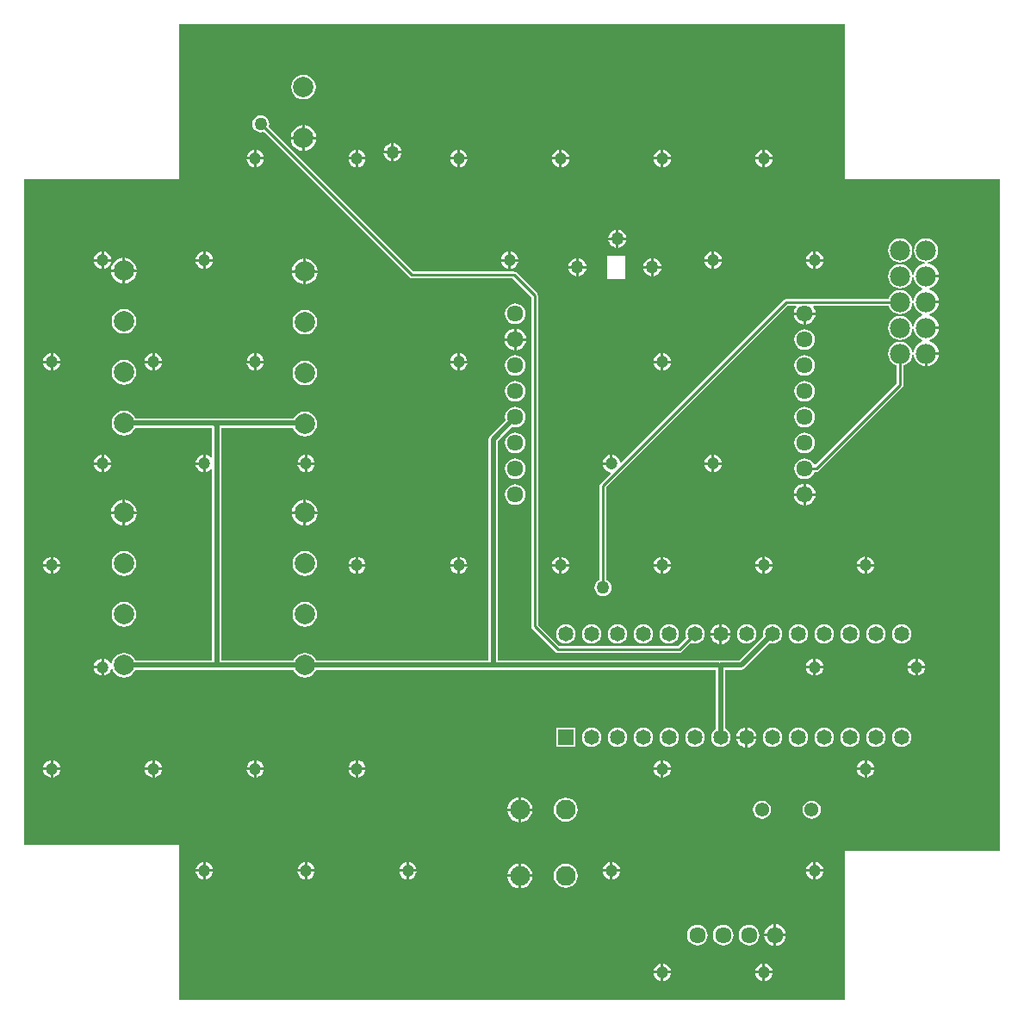
<source format=gbl>
G04 Layer_Physical_Order=2*
G04 Layer_Color=16711680*
%FSLAX44Y44*%
%MOMM*%
G71*
G01*
G75*
%ADD20C,0.2540*%
%ADD21C,0.5000*%
%ADD22C,1.6100*%
%ADD23C,1.9700*%
%ADD24R,1.4830X1.4830*%
%ADD25C,1.4830*%
%ADD26C,1.3800*%
%ADD27C,2.0000*%
%ADD28C,1.9400*%
%ADD29C,1.2000*%
%ADD30C,1.2700*%
G36*
X1079500Y1079500D02*
X1231900D01*
Y419100D01*
X1079500D01*
Y273050D01*
X425450D01*
Y425450D01*
X273050D01*
Y1079500D01*
X425450D01*
Y1231900D01*
X1079500D01*
Y1079500D01*
D02*
G37*
%LPC*%
G36*
X956310Y631190D02*
X947706D01*
X947881Y629861D01*
X948884Y627439D01*
X950480Y625360D01*
X952560Y623764D01*
X954981Y622761D01*
X956310Y622586D01*
Y631190D01*
D02*
G37*
G36*
X1151270Y608447D02*
Y601270D01*
X1158447D01*
X1158320Y602229D01*
X1157460Y604307D01*
X1156091Y606091D01*
X1154307Y607460D01*
X1152229Y608320D01*
X1151270Y608447D01*
D02*
G37*
G36*
X805180Y641956D02*
X802722Y641633D01*
X800432Y640684D01*
X798465Y639175D01*
X796956Y637208D01*
X796007Y634918D01*
X795684Y632460D01*
X796007Y630002D01*
X796956Y627712D01*
X798465Y625745D01*
X800432Y624236D01*
X802722Y623287D01*
X805180Y622964D01*
X807638Y623287D01*
X809928Y624236D01*
X811895Y625745D01*
X813404Y627712D01*
X814353Y630002D01*
X814676Y632460D01*
X814353Y634918D01*
X813404Y637208D01*
X811895Y639175D01*
X809928Y640684D01*
X807638Y641633D01*
X805180Y641956D01*
D02*
G37*
G36*
X967454Y631190D02*
X958850D01*
Y622586D01*
X960179Y622761D01*
X962600Y623764D01*
X964680Y625360D01*
X966276Y627439D01*
X967279Y629861D01*
X967454Y631190D01*
D02*
G37*
G36*
X1148730Y608447D02*
X1147771Y608320D01*
X1145693Y607460D01*
X1143909Y606091D01*
X1142540Y604307D01*
X1141680Y602229D01*
X1141553Y601270D01*
X1148730D01*
Y608447D01*
D02*
G37*
G36*
X348730D02*
X347771Y608320D01*
X345693Y607460D01*
X343909Y606091D01*
X342540Y604307D01*
X341680Y602229D01*
X341553Y601270D01*
X348730D01*
Y608447D01*
D02*
G37*
G36*
X1158447Y598730D02*
X1151270D01*
Y591553D01*
X1152229Y591680D01*
X1154307Y592540D01*
X1156091Y593909D01*
X1157460Y595693D01*
X1158320Y597771D01*
X1158447Y598730D01*
D02*
G37*
G36*
X1051270Y608447D02*
Y601270D01*
X1058447D01*
X1058320Y602229D01*
X1057460Y604307D01*
X1056091Y606091D01*
X1054307Y607460D01*
X1052229Y608320D01*
X1051270Y608447D01*
D02*
G37*
G36*
X1048730D02*
X1047771Y608320D01*
X1045693Y607460D01*
X1043909Y606091D01*
X1042540Y604307D01*
X1041680Y602229D01*
X1041553Y601270D01*
X1048730D01*
Y608447D01*
D02*
G37*
G36*
X1033780Y641956D02*
X1031322Y641633D01*
X1029032Y640684D01*
X1027065Y639175D01*
X1025556Y637208D01*
X1024607Y634918D01*
X1024284Y632460D01*
X1024607Y630002D01*
X1025556Y627712D01*
X1027065Y625745D01*
X1029032Y624236D01*
X1031322Y623287D01*
X1033780Y622964D01*
X1036238Y623287D01*
X1038528Y624236D01*
X1040495Y625745D01*
X1042004Y627712D01*
X1042953Y630002D01*
X1043276Y632460D01*
X1042953Y634918D01*
X1042004Y637208D01*
X1040495Y639175D01*
X1038528Y640684D01*
X1036238Y641633D01*
X1033780Y641956D01*
D02*
G37*
G36*
X982980D02*
X980522Y641633D01*
X978232Y640684D01*
X976265Y639175D01*
X974756Y637208D01*
X973807Y634918D01*
X973484Y632460D01*
X973807Y630002D01*
X974756Y627712D01*
X976265Y625745D01*
X978232Y624236D01*
X980522Y623287D01*
X982980Y622964D01*
X985438Y623287D01*
X987728Y624236D01*
X989695Y625745D01*
X991204Y627712D01*
X992153Y630002D01*
X992476Y632460D01*
X992153Y634918D01*
X991204Y637208D01*
X989695Y639175D01*
X987728Y640684D01*
X985438Y641633D01*
X982980Y641956D01*
D02*
G37*
G36*
X1084580D02*
X1082122Y641633D01*
X1079832Y640684D01*
X1077865Y639175D01*
X1076356Y637208D01*
X1075407Y634918D01*
X1075084Y632460D01*
X1075407Y630002D01*
X1076356Y627712D01*
X1077865Y625745D01*
X1079832Y624236D01*
X1082122Y623287D01*
X1084580Y622964D01*
X1087038Y623287D01*
X1089328Y624236D01*
X1091295Y625745D01*
X1092804Y627712D01*
X1093753Y630002D01*
X1094076Y632460D01*
X1093753Y634918D01*
X1092804Y637208D01*
X1091295Y639175D01*
X1089328Y640684D01*
X1087038Y641633D01*
X1084580Y641956D01*
D02*
G37*
G36*
X1059180D02*
X1056722Y641633D01*
X1054432Y640684D01*
X1052465Y639175D01*
X1050956Y637208D01*
X1050007Y634918D01*
X1049684Y632460D01*
X1050007Y630002D01*
X1050956Y627712D01*
X1052465Y625745D01*
X1054432Y624236D01*
X1056722Y623287D01*
X1059180Y622964D01*
X1061638Y623287D01*
X1063928Y624236D01*
X1065895Y625745D01*
X1067404Y627712D01*
X1068353Y630002D01*
X1068676Y632460D01*
X1068353Y634918D01*
X1067404Y637208D01*
X1065895Y639175D01*
X1063928Y640684D01*
X1061638Y641633D01*
X1059180Y641956D01*
D02*
G37*
G36*
X505460Y1142532D02*
X503280Y1142245D01*
X501249Y1141404D01*
X499505Y1140065D01*
X498166Y1138321D01*
X497325Y1136290D01*
X497038Y1134110D01*
X497325Y1131930D01*
X498166Y1129899D01*
X499505Y1128155D01*
X501249Y1126816D01*
X503280Y1125975D01*
X505460Y1125688D01*
X507640Y1125975D01*
X508517Y1126338D01*
X651693Y983163D01*
X652774Y982440D01*
X654050Y982186D01*
X752999D01*
X771366Y963819D01*
Y640080D01*
X771620Y638804D01*
X772343Y637723D01*
X795202Y614863D01*
X796284Y614140D01*
X797560Y613886D01*
X916940D01*
X918216Y614140D01*
X919297Y614863D01*
X928308Y623873D01*
X929722Y623287D01*
X932180Y622964D01*
X934638Y623287D01*
X936928Y624236D01*
X938895Y625745D01*
X940404Y627712D01*
X941353Y630002D01*
X941676Y632460D01*
X941353Y634918D01*
X940404Y637208D01*
X938895Y639175D01*
X936928Y640684D01*
X934638Y641633D01*
X932180Y641956D01*
X929722Y641633D01*
X927432Y640684D01*
X925465Y639175D01*
X923956Y637208D01*
X923007Y634918D01*
X922684Y632460D01*
X923007Y630002D01*
X923593Y628588D01*
X915559Y620554D01*
X798941D01*
X778034Y641461D01*
Y965200D01*
X777780Y966476D01*
X777057Y967558D01*
X756738Y987878D01*
X755656Y988600D01*
X754380Y988854D01*
X655431D01*
X513232Y1131053D01*
X513595Y1131930D01*
X513882Y1134110D01*
X513595Y1136290D01*
X512754Y1138321D01*
X511415Y1140065D01*
X509671Y1141404D01*
X507640Y1142245D01*
X505460Y1142532D01*
D02*
G37*
G36*
X855980Y641956D02*
X853522Y641633D01*
X851232Y640684D01*
X849265Y639175D01*
X847756Y637208D01*
X846807Y634918D01*
X846484Y632460D01*
X846807Y630002D01*
X847756Y627712D01*
X849265Y625745D01*
X851232Y624236D01*
X853522Y623287D01*
X855980Y622964D01*
X858438Y623287D01*
X860728Y624236D01*
X862695Y625745D01*
X864204Y627712D01*
X865153Y630002D01*
X865476Y632460D01*
X865153Y634918D01*
X864204Y637208D01*
X862695Y639175D01*
X860728Y640684D01*
X858438Y641633D01*
X855980Y641956D01*
D02*
G37*
G36*
X830580D02*
X828122Y641633D01*
X825832Y640684D01*
X823865Y639175D01*
X822356Y637208D01*
X821407Y634918D01*
X821084Y632460D01*
X821407Y630002D01*
X822356Y627712D01*
X823865Y625745D01*
X825832Y624236D01*
X828122Y623287D01*
X830580Y622964D01*
X833038Y623287D01*
X835328Y624236D01*
X837295Y625745D01*
X838804Y627712D01*
X839753Y630002D01*
X840076Y632460D01*
X839753Y634918D01*
X838804Y637208D01*
X837295Y639175D01*
X835328Y640684D01*
X833038Y641633D01*
X830580Y641956D01*
D02*
G37*
G36*
X906780D02*
X904322Y641633D01*
X902032Y640684D01*
X900065Y639175D01*
X898556Y637208D01*
X897607Y634918D01*
X897284Y632460D01*
X897607Y630002D01*
X898556Y627712D01*
X900065Y625745D01*
X902032Y624236D01*
X904322Y623287D01*
X906780Y622964D01*
X909238Y623287D01*
X911528Y624236D01*
X913495Y625745D01*
X915004Y627712D01*
X915953Y630002D01*
X916276Y632460D01*
X915953Y634918D01*
X915004Y637208D01*
X913495Y639175D01*
X911528Y640684D01*
X909238Y641633D01*
X906780Y641956D01*
D02*
G37*
G36*
X881380D02*
X878922Y641633D01*
X876632Y640684D01*
X874665Y639175D01*
X873156Y637208D01*
X872207Y634918D01*
X871884Y632460D01*
X872207Y630002D01*
X873156Y627712D01*
X874665Y625745D01*
X876632Y624236D01*
X878922Y623287D01*
X881380Y622964D01*
X883838Y623287D01*
X886128Y624236D01*
X888095Y625745D01*
X889604Y627712D01*
X890553Y630002D01*
X890876Y632460D01*
X890553Y634918D01*
X889604Y637208D01*
X888095Y639175D01*
X886128Y640684D01*
X883838Y641633D01*
X881380Y641956D01*
D02*
G37*
G36*
X1033780Y540356D02*
X1031322Y540033D01*
X1029032Y539084D01*
X1027065Y537575D01*
X1025556Y535608D01*
X1024607Y533318D01*
X1024284Y530860D01*
X1024607Y528402D01*
X1025556Y526112D01*
X1027065Y524145D01*
X1029032Y522636D01*
X1031322Y521687D01*
X1033780Y521364D01*
X1036238Y521687D01*
X1038528Y522636D01*
X1040495Y524145D01*
X1042004Y526112D01*
X1042953Y528402D01*
X1043276Y530860D01*
X1042953Y533318D01*
X1042004Y535608D01*
X1040495Y537575D01*
X1038528Y539084D01*
X1036238Y540033D01*
X1033780Y540356D01*
D02*
G37*
G36*
X1008380D02*
X1005922Y540033D01*
X1003632Y539084D01*
X1001665Y537575D01*
X1000156Y535608D01*
X999207Y533318D01*
X998884Y530860D01*
X999207Y528402D01*
X1000156Y526112D01*
X1001665Y524145D01*
X1003632Y522636D01*
X1005922Y521687D01*
X1008380Y521364D01*
X1010838Y521687D01*
X1013128Y522636D01*
X1015095Y524145D01*
X1016604Y526112D01*
X1017553Y528402D01*
X1017876Y530860D01*
X1017553Y533318D01*
X1016604Y535608D01*
X1015095Y537575D01*
X1013128Y539084D01*
X1010838Y540033D01*
X1008380Y540356D01*
D02*
G37*
G36*
X1084580D02*
X1082122Y540033D01*
X1079832Y539084D01*
X1077865Y537575D01*
X1076356Y535608D01*
X1075407Y533318D01*
X1075084Y530860D01*
X1075407Y528402D01*
X1076356Y526112D01*
X1077865Y524145D01*
X1079832Y522636D01*
X1082122Y521687D01*
X1084580Y521364D01*
X1087038Y521687D01*
X1089328Y522636D01*
X1091295Y524145D01*
X1092804Y526112D01*
X1093753Y528402D01*
X1094076Y530860D01*
X1093753Y533318D01*
X1092804Y535608D01*
X1091295Y537575D01*
X1089328Y539084D01*
X1087038Y540033D01*
X1084580Y540356D01*
D02*
G37*
G36*
X1059180D02*
X1056722Y540033D01*
X1054432Y539084D01*
X1052465Y537575D01*
X1050956Y535608D01*
X1050007Y533318D01*
X1049684Y530860D01*
X1050007Y528402D01*
X1050956Y526112D01*
X1052465Y524145D01*
X1054432Y522636D01*
X1056722Y521687D01*
X1059180Y521364D01*
X1061638Y521687D01*
X1063928Y522636D01*
X1065895Y524145D01*
X1067404Y526112D01*
X1068353Y528402D01*
X1068676Y530860D01*
X1068353Y533318D01*
X1067404Y535608D01*
X1065895Y537575D01*
X1063928Y539084D01*
X1061638Y540033D01*
X1059180Y540356D01*
D02*
G37*
G36*
X932180D02*
X929722Y540033D01*
X927432Y539084D01*
X925465Y537575D01*
X923956Y535608D01*
X923007Y533318D01*
X922684Y530860D01*
X923007Y528402D01*
X923956Y526112D01*
X925465Y524145D01*
X927432Y522636D01*
X929722Y521687D01*
X932180Y521364D01*
X934638Y521687D01*
X936928Y522636D01*
X938895Y524145D01*
X940404Y526112D01*
X941353Y528402D01*
X941676Y530860D01*
X941353Y533318D01*
X940404Y535608D01*
X938895Y537575D01*
X936928Y539084D01*
X934638Y540033D01*
X932180Y540356D01*
D02*
G37*
G36*
X855980D02*
X853522Y540033D01*
X851232Y539084D01*
X849265Y537575D01*
X847756Y535608D01*
X846807Y533318D01*
X846484Y530860D01*
X846807Y528402D01*
X847756Y526112D01*
X849265Y524145D01*
X851232Y522636D01*
X853522Y521687D01*
X855980Y521364D01*
X858438Y521687D01*
X860728Y522636D01*
X862695Y524145D01*
X864204Y526112D01*
X865153Y528402D01*
X865476Y530860D01*
X865153Y533318D01*
X864204Y535608D01*
X862695Y537575D01*
X860728Y539084D01*
X858438Y540033D01*
X855980Y540356D01*
D02*
G37*
G36*
X830580D02*
X828122Y540033D01*
X825832Y539084D01*
X823865Y537575D01*
X822356Y535608D01*
X821407Y533318D01*
X821084Y530860D01*
X821407Y528402D01*
X822356Y526112D01*
X823865Y524145D01*
X825832Y522636D01*
X828122Y521687D01*
X830580Y521364D01*
X833038Y521687D01*
X835328Y522636D01*
X837295Y524145D01*
X838804Y526112D01*
X839753Y528402D01*
X840076Y530860D01*
X839753Y533318D01*
X838804Y535608D01*
X837295Y537575D01*
X835328Y539084D01*
X833038Y540033D01*
X830580Y540356D01*
D02*
G37*
G36*
X906780D02*
X904322Y540033D01*
X902032Y539084D01*
X900065Y537575D01*
X898556Y535608D01*
X897607Y533318D01*
X897284Y530860D01*
X897607Y528402D01*
X898556Y526112D01*
X900065Y524145D01*
X902032Y522636D01*
X904322Y521687D01*
X906780Y521364D01*
X909238Y521687D01*
X911528Y522636D01*
X913495Y524145D01*
X915004Y526112D01*
X915953Y528402D01*
X916276Y530860D01*
X915953Y533318D01*
X915004Y535608D01*
X913495Y537575D01*
X911528Y539084D01*
X909238Y540033D01*
X906780Y540356D01*
D02*
G37*
G36*
X881380D02*
X878922Y540033D01*
X876632Y539084D01*
X874665Y537575D01*
X873156Y535608D01*
X872207Y533318D01*
X871884Y530860D01*
X872207Y528402D01*
X873156Y526112D01*
X874665Y524145D01*
X876632Y522636D01*
X878922Y521687D01*
X881380Y521364D01*
X883838Y521687D01*
X886128Y522636D01*
X888095Y524145D01*
X889604Y526112D01*
X890553Y528402D01*
X890876Y530860D01*
X890553Y533318D01*
X889604Y535608D01*
X888095Y537575D01*
X886128Y539084D01*
X883838Y540033D01*
X881380Y540356D01*
D02*
G37*
G36*
X1048730Y598730D02*
X1041553D01*
X1041680Y597771D01*
X1042540Y595693D01*
X1043909Y593909D01*
X1045693Y592540D01*
X1047771Y591680D01*
X1048730Y591553D01*
Y598730D01*
D02*
G37*
G36*
X348730D02*
X341553D01*
X341680Y597771D01*
X342540Y595693D01*
X343909Y593909D01*
X345693Y592540D01*
X347771Y591680D01*
X348730Y591553D01*
Y598730D01*
D02*
G37*
G36*
X1148730D02*
X1141553D01*
X1141680Y597771D01*
X1142540Y595693D01*
X1143909Y593909D01*
X1145693Y592540D01*
X1147771Y591680D01*
X1148730Y591553D01*
Y598730D01*
D02*
G37*
G36*
X1058447D02*
X1051270D01*
Y591553D01*
X1052229Y591680D01*
X1054307Y592540D01*
X1056091Y593909D01*
X1057460Y595693D01*
X1058320Y597771D01*
X1058447Y598730D01*
D02*
G37*
G36*
X984250Y540734D02*
Y532130D01*
X992854D01*
X992679Y533459D01*
X991676Y535881D01*
X990080Y537960D01*
X988000Y539556D01*
X985579Y540559D01*
X984250Y540734D01*
D02*
G37*
G36*
X1135380Y540356D02*
X1132922Y540033D01*
X1130632Y539084D01*
X1128665Y537575D01*
X1127156Y535608D01*
X1126207Y533318D01*
X1125884Y530860D01*
X1126207Y528402D01*
X1127156Y526112D01*
X1128665Y524145D01*
X1130632Y522636D01*
X1132922Y521687D01*
X1135380Y521364D01*
X1137838Y521687D01*
X1140128Y522636D01*
X1142095Y524145D01*
X1143604Y526112D01*
X1144553Y528402D01*
X1144876Y530860D01*
X1144553Y533318D01*
X1143604Y535608D01*
X1142095Y537575D01*
X1140128Y539084D01*
X1137838Y540033D01*
X1135380Y540356D01*
D02*
G37*
G36*
X1109980D02*
X1107522Y540033D01*
X1105232Y539084D01*
X1103265Y537575D01*
X1101756Y535608D01*
X1100807Y533318D01*
X1100484Y530860D01*
X1100807Y528402D01*
X1101756Y526112D01*
X1103265Y524145D01*
X1105232Y522636D01*
X1107522Y521687D01*
X1109980Y521364D01*
X1112438Y521687D01*
X1114728Y522636D01*
X1116695Y524145D01*
X1118204Y526112D01*
X1119153Y528402D01*
X1119476Y530860D01*
X1119153Y533318D01*
X1118204Y535608D01*
X1116695Y537575D01*
X1114728Y539084D01*
X1112438Y540033D01*
X1109980Y540356D01*
D02*
G37*
G36*
X981710Y540734D02*
X980381Y540559D01*
X977960Y539556D01*
X975880Y537960D01*
X974284Y535881D01*
X973281Y533459D01*
X973106Y532130D01*
X981710D01*
Y540734D01*
D02*
G37*
G36*
X814595Y540275D02*
X795765D01*
Y521445D01*
X814595D01*
Y540275D01*
D02*
G37*
G36*
X598730Y708447D02*
X597771Y708320D01*
X595693Y707460D01*
X593909Y706091D01*
X592540Y704307D01*
X591680Y702229D01*
X591553Y701270D01*
X598730D01*
Y708447D01*
D02*
G37*
G36*
X301270D02*
Y701270D01*
X308447D01*
X308320Y702229D01*
X307460Y704307D01*
X306091Y706091D01*
X304307Y707460D01*
X302229Y708320D01*
X301270Y708447D01*
D02*
G37*
G36*
X698730D02*
X697771Y708320D01*
X695693Y707460D01*
X693909Y706091D01*
X692540Y704307D01*
X691680Y702229D01*
X691553Y701270D01*
X698730D01*
Y708447D01*
D02*
G37*
G36*
X601270D02*
Y701270D01*
X608447D01*
X608320Y702229D01*
X607460Y704307D01*
X606091Y706091D01*
X604307Y707460D01*
X602229Y708320D01*
X601270Y708447D01*
D02*
G37*
G36*
X298730D02*
X297771Y708320D01*
X295693Y707460D01*
X293909Y706091D01*
X292540Y704307D01*
X291680Y702229D01*
X291553Y701270D01*
X298730D01*
Y708447D01*
D02*
G37*
G36*
X1008447Y698730D02*
X1001270D01*
Y691553D01*
X1002229Y691680D01*
X1004307Y692540D01*
X1006091Y693909D01*
X1007460Y695693D01*
X1008320Y697771D01*
X1008447Y698730D01*
D02*
G37*
G36*
X998730D02*
X991553D01*
X991680Y697771D01*
X992540Y695693D01*
X993909Y693909D01*
X995693Y692540D01*
X997771Y691680D01*
X998730Y691553D01*
Y698730D01*
D02*
G37*
G36*
X1108447D02*
X1101270D01*
Y691553D01*
X1102229Y691680D01*
X1104307Y692540D01*
X1106091Y693909D01*
X1107460Y695693D01*
X1108320Y697771D01*
X1108447Y698730D01*
D02*
G37*
G36*
X1098730D02*
X1091553D01*
X1091680Y697771D01*
X1092540Y695693D01*
X1093909Y693909D01*
X1095693Y692540D01*
X1097771Y691680D01*
X1098730Y691553D01*
Y698730D01*
D02*
G37*
G36*
X1001270Y708447D02*
Y701270D01*
X1008447D01*
X1008320Y702229D01*
X1007460Y704307D01*
X1006091Y706091D01*
X1004307Y707460D01*
X1002229Y708320D01*
X1001270Y708447D01*
D02*
G37*
G36*
X998730D02*
X997771Y708320D01*
X995693Y707460D01*
X993909Y706091D01*
X992540Y704307D01*
X991680Y702229D01*
X991553Y701270D01*
X998730D01*
Y708447D01*
D02*
G37*
G36*
X1101270D02*
Y701270D01*
X1108447D01*
X1108320Y702229D01*
X1107460Y704307D01*
X1106091Y706091D01*
X1104307Y707460D01*
X1102229Y708320D01*
X1101270Y708447D01*
D02*
G37*
G36*
X1098730D02*
X1097771Y708320D01*
X1095693Y707460D01*
X1093909Y706091D01*
X1092540Y704307D01*
X1091680Y702229D01*
X1091553Y701270D01*
X1098730D01*
Y708447D01*
D02*
G37*
G36*
X901270D02*
Y701270D01*
X908447D01*
X908320Y702229D01*
X907460Y704307D01*
X906091Y706091D01*
X904307Y707460D01*
X902229Y708320D01*
X901270Y708447D01*
D02*
G37*
G36*
X798730D02*
X797771Y708320D01*
X795693Y707460D01*
X793909Y706091D01*
X792540Y704307D01*
X791680Y702229D01*
X791553Y701270D01*
X798730D01*
Y708447D01*
D02*
G37*
G36*
X701270D02*
Y701270D01*
X708447D01*
X708320Y702229D01*
X707460Y704307D01*
X706091Y706091D01*
X704307Y707460D01*
X702229Y708320D01*
X701270Y708447D01*
D02*
G37*
G36*
X898730D02*
X897771Y708320D01*
X895693Y707460D01*
X893909Y706091D01*
X892540Y704307D01*
X891680Y702229D01*
X891553Y701270D01*
X898730D01*
Y708447D01*
D02*
G37*
G36*
X801270D02*
Y701270D01*
X808447D01*
X808320Y702229D01*
X807460Y704307D01*
X806091Y706091D01*
X804307Y707460D01*
X802229Y708320D01*
X801270Y708447D01*
D02*
G37*
G36*
X370840Y713944D02*
X367707Y713531D01*
X364788Y712322D01*
X362281Y710398D01*
X360358Y707892D01*
X359149Y704973D01*
X358736Y701840D01*
X359149Y698707D01*
X360358Y695788D01*
X362281Y693281D01*
X364788Y691358D01*
X367707Y690149D01*
X370840Y689736D01*
X373973Y690149D01*
X376892Y691358D01*
X379398Y693281D01*
X381322Y695788D01*
X382531Y698707D01*
X382944Y701840D01*
X382531Y704973D01*
X381322Y707892D01*
X379398Y710398D01*
X376892Y712322D01*
X373973Y713531D01*
X370840Y713944D01*
D02*
G37*
G36*
X548640Y663944D02*
X545507Y663531D01*
X542588Y662322D01*
X540081Y660398D01*
X538158Y657892D01*
X536949Y654973D01*
X536536Y651840D01*
X536949Y648707D01*
X538158Y645788D01*
X540081Y643281D01*
X542588Y641358D01*
X545507Y640149D01*
X548640Y639736D01*
X551773Y640149D01*
X554692Y641358D01*
X557198Y643281D01*
X559122Y645788D01*
X560331Y648707D01*
X560744Y651840D01*
X560331Y654973D01*
X559122Y657892D01*
X557198Y660398D01*
X554692Y662322D01*
X551773Y663531D01*
X548640Y663944D01*
D02*
G37*
G36*
X298730Y698730D02*
X291553D01*
X291680Y697771D01*
X292540Y695693D01*
X293909Y693909D01*
X295693Y692540D01*
X297771Y691680D01*
X298730Y691553D01*
Y698730D01*
D02*
G37*
G36*
X548640Y713944D02*
X545507Y713531D01*
X542588Y712322D01*
X540081Y710398D01*
X538158Y707892D01*
X536949Y704973D01*
X536536Y701840D01*
X536949Y698707D01*
X538158Y695788D01*
X540081Y693281D01*
X542588Y691358D01*
X545507Y690149D01*
X548640Y689736D01*
X551773Y690149D01*
X554692Y691358D01*
X557198Y693281D01*
X559122Y695788D01*
X560331Y698707D01*
X560744Y701840D01*
X560331Y704973D01*
X559122Y707892D01*
X557198Y710398D01*
X554692Y712322D01*
X551773Y713531D01*
X548640Y713944D01*
D02*
G37*
G36*
X370840Y663944D02*
X367707Y663531D01*
X364788Y662322D01*
X362281Y660398D01*
X360358Y657892D01*
X359149Y654973D01*
X358736Y651840D01*
X359149Y648707D01*
X360358Y645788D01*
X362281Y643281D01*
X364788Y641358D01*
X367707Y640149D01*
X370840Y639736D01*
X373973Y640149D01*
X376892Y641358D01*
X379398Y643281D01*
X381322Y645788D01*
X382531Y648707D01*
X382944Y651840D01*
X382531Y654973D01*
X381322Y657892D01*
X379398Y660398D01*
X376892Y662322D01*
X373973Y663531D01*
X370840Y663944D01*
D02*
G37*
G36*
X1135380Y641956D02*
X1132922Y641633D01*
X1130632Y640684D01*
X1128665Y639175D01*
X1127156Y637208D01*
X1126207Y634918D01*
X1125884Y632460D01*
X1126207Y630002D01*
X1127156Y627712D01*
X1128665Y625745D01*
X1130632Y624236D01*
X1132922Y623287D01*
X1135380Y622964D01*
X1137838Y623287D01*
X1140128Y624236D01*
X1142095Y625745D01*
X1143604Y627712D01*
X1144553Y630002D01*
X1144876Y632460D01*
X1144553Y634918D01*
X1143604Y637208D01*
X1142095Y639175D01*
X1140128Y640684D01*
X1137838Y641633D01*
X1135380Y641956D01*
D02*
G37*
G36*
X1109980D02*
X1107522Y641633D01*
X1105232Y640684D01*
X1103265Y639175D01*
X1101756Y637208D01*
X1100807Y634918D01*
X1100484Y632460D01*
X1100807Y630002D01*
X1101756Y627712D01*
X1103265Y625745D01*
X1105232Y624236D01*
X1107522Y623287D01*
X1109980Y622964D01*
X1112438Y623287D01*
X1114728Y624236D01*
X1116695Y625745D01*
X1118204Y627712D01*
X1119153Y630002D01*
X1119476Y632460D01*
X1119153Y634918D01*
X1118204Y637208D01*
X1116695Y639175D01*
X1114728Y640684D01*
X1112438Y641633D01*
X1109980Y641956D01*
D02*
G37*
G36*
X958850Y642334D02*
Y633730D01*
X967454D01*
X967279Y635059D01*
X966276Y637481D01*
X964680Y639560D01*
X962600Y641156D01*
X960179Y642159D01*
X958850Y642334D01*
D02*
G37*
G36*
X956310D02*
X954981Y642159D01*
X952560Y641156D01*
X950480Y639560D01*
X948884Y637481D01*
X947881Y635059D01*
X947706Y633730D01*
X956310D01*
Y642334D01*
D02*
G37*
G36*
X808447Y698730D02*
X801270D01*
Y691553D01*
X802229Y691680D01*
X804307Y692540D01*
X806091Y693909D01*
X807460Y695693D01*
X808320Y697771D01*
X808447Y698730D01*
D02*
G37*
G36*
X798730D02*
X791553D01*
X791680Y697771D01*
X792540Y695693D01*
X793909Y693909D01*
X795693Y692540D01*
X797771Y691680D01*
X798730Y691553D01*
Y698730D01*
D02*
G37*
G36*
X908447D02*
X901270D01*
Y691553D01*
X902229Y691680D01*
X904307Y692540D01*
X906091Y693909D01*
X907460Y695693D01*
X908320Y697771D01*
X908447Y698730D01*
D02*
G37*
G36*
X898730D02*
X891553D01*
X891680Y697771D01*
X892540Y695693D01*
X893909Y693909D01*
X895693Y692540D01*
X897771Y691680D01*
X898730Y691553D01*
Y698730D01*
D02*
G37*
G36*
X708447D02*
X701270D01*
Y691553D01*
X702229Y691680D01*
X704307Y692540D01*
X706091Y693909D01*
X707460Y695693D01*
X708320Y697771D01*
X708447Y698730D01*
D02*
G37*
G36*
X598730D02*
X591553D01*
X591680Y697771D01*
X592540Y695693D01*
X593909Y693909D01*
X595693Y692540D01*
X597771Y691680D01*
X598730Y691553D01*
Y698730D01*
D02*
G37*
G36*
X308447D02*
X301270D01*
Y691553D01*
X302229Y691680D01*
X304307Y692540D01*
X306091Y693909D01*
X307460Y695693D01*
X308320Y697771D01*
X308447Y698730D01*
D02*
G37*
G36*
X698730D02*
X691553D01*
X691680Y697771D01*
X692540Y695693D01*
X693909Y693909D01*
X695693Y692540D01*
X697771Y691680D01*
X698730Y691553D01*
Y698730D01*
D02*
G37*
G36*
X608447D02*
X601270D01*
Y691553D01*
X602229Y691680D01*
X604307Y692540D01*
X606091Y693909D01*
X607460Y695693D01*
X608320Y697771D01*
X608447Y698730D01*
D02*
G37*
G36*
X992854Y529590D02*
X984250D01*
Y520986D01*
X985579Y521161D01*
X988000Y522164D01*
X990080Y523760D01*
X991676Y525840D01*
X992679Y528261D01*
X992854Y529590D01*
D02*
G37*
G36*
X848730Y398730D02*
X841553D01*
X841680Y397771D01*
X842540Y395693D01*
X843909Y393909D01*
X845693Y392540D01*
X847771Y391680D01*
X848730Y391553D01*
Y398730D01*
D02*
G37*
G36*
X658447D02*
X651270D01*
Y391553D01*
X652229Y391680D01*
X654307Y392540D01*
X656091Y393909D01*
X657460Y395693D01*
X658320Y397771D01*
X658447Y398730D01*
D02*
G37*
G36*
X1048730D02*
X1041553D01*
X1041680Y397771D01*
X1042540Y395693D01*
X1043909Y393909D01*
X1045693Y392540D01*
X1047771Y391680D01*
X1048730Y391553D01*
Y398730D01*
D02*
G37*
G36*
X858447D02*
X851270D01*
Y391553D01*
X852229Y391680D01*
X854307Y392540D01*
X856091Y393909D01*
X857460Y395693D01*
X858320Y397771D01*
X858447Y398730D01*
D02*
G37*
G36*
X648730D02*
X641553D01*
X641680Y397771D01*
X642540Y395693D01*
X643909Y393909D01*
X645693Y392540D01*
X647771Y391680D01*
X648730Y391553D01*
Y398730D01*
D02*
G37*
G36*
X458447D02*
X451270D01*
Y391553D01*
X452229Y391680D01*
X454307Y392540D01*
X456091Y393909D01*
X457460Y395693D01*
X458320Y397771D01*
X458447Y398730D01*
D02*
G37*
G36*
X448730D02*
X441553D01*
X441680Y397771D01*
X442540Y395693D01*
X443909Y393909D01*
X445693Y392540D01*
X447771Y391680D01*
X448730Y391553D01*
Y398730D01*
D02*
G37*
G36*
X558447D02*
X551270D01*
Y391553D01*
X552229Y391680D01*
X554307Y392540D01*
X556091Y393909D01*
X557460Y395693D01*
X558320Y397771D01*
X558447Y398730D01*
D02*
G37*
G36*
X548730D02*
X541553D01*
X541680Y397771D01*
X542540Y395693D01*
X543909Y393909D01*
X545693Y392540D01*
X547771Y391680D01*
X548730Y391553D01*
Y398730D01*
D02*
G37*
G36*
X551270Y408447D02*
Y401270D01*
X558447D01*
X558320Y402229D01*
X557460Y404307D01*
X556091Y406091D01*
X554307Y407460D01*
X552229Y408320D01*
X551270Y408447D01*
D02*
G37*
G36*
X548730D02*
X547771Y408320D01*
X545693Y407460D01*
X543909Y406091D01*
X542540Y404307D01*
X541680Y402229D01*
X541553Y401270D01*
X548730D01*
Y408447D01*
D02*
G37*
G36*
X651270D02*
Y401270D01*
X658447D01*
X658320Y402229D01*
X657460Y404307D01*
X656091Y406091D01*
X654307Y407460D01*
X652229Y408320D01*
X651270Y408447D01*
D02*
G37*
G36*
X648730D02*
X647771Y408320D01*
X645693Y407460D01*
X643909Y406091D01*
X642540Y404307D01*
X641680Y402229D01*
X641553Y401270D01*
X648730D01*
Y408447D01*
D02*
G37*
G36*
X451270D02*
Y401270D01*
X458447D01*
X458320Y402229D01*
X457460Y404307D01*
X456091Y406091D01*
X454307Y407460D01*
X452229Y408320D01*
X451270Y408447D01*
D02*
G37*
G36*
X758910Y406918D02*
X756985Y406665D01*
X754007Y405432D01*
X751450Y403470D01*
X749488Y400913D01*
X748255Y397935D01*
X748002Y396010D01*
X758910D01*
Y406918D01*
D02*
G37*
G36*
X1058447Y398730D02*
X1051270D01*
Y391553D01*
X1052229Y391680D01*
X1054307Y392540D01*
X1056091Y393909D01*
X1057460Y395693D01*
X1058320Y397771D01*
X1058447Y398730D01*
D02*
G37*
G36*
X448730Y408447D02*
X447771Y408320D01*
X445693Y407460D01*
X443909Y406091D01*
X442540Y404307D01*
X441680Y402229D01*
X441553Y401270D01*
X448730D01*
Y408447D01*
D02*
G37*
G36*
X761450Y406918D02*
Y396010D01*
X772358D01*
X772105Y397935D01*
X770872Y400913D01*
X768910Y403470D01*
X766353Y405432D01*
X763375Y406665D01*
X761450Y406918D01*
D02*
G37*
G36*
X998730Y308447D02*
X997771Y308320D01*
X995693Y307460D01*
X993909Y306091D01*
X992540Y304307D01*
X991680Y302229D01*
X991553Y301270D01*
X998730D01*
Y308447D01*
D02*
G37*
G36*
X901270D02*
Y301270D01*
X908447D01*
X908320Y302229D01*
X907460Y304307D01*
X906091Y306091D01*
X904307Y307460D01*
X902229Y308320D01*
X901270Y308447D01*
D02*
G37*
G36*
X1009650Y335280D02*
X1000406D01*
X1000603Y333786D01*
X1001670Y331209D01*
X1003367Y328997D01*
X1005579Y327300D01*
X1008156Y326233D01*
X1009650Y326036D01*
Y335280D01*
D02*
G37*
G36*
X1001270Y308447D02*
Y301270D01*
X1008447D01*
X1008320Y302229D01*
X1007460Y304307D01*
X1006091Y306091D01*
X1004307Y307460D01*
X1002229Y308320D01*
X1001270Y308447D01*
D02*
G37*
G36*
X898730D02*
X897771Y308320D01*
X895693Y307460D01*
X893909Y306091D01*
X892540Y304307D01*
X891680Y302229D01*
X891553Y301270D01*
X898730D01*
Y308447D01*
D02*
G37*
G36*
X908447Y298730D02*
X901270D01*
Y291553D01*
X902229Y291680D01*
X904307Y292540D01*
X906091Y293909D01*
X907460Y295693D01*
X908320Y297771D01*
X908447Y298730D01*
D02*
G37*
G36*
X898730D02*
X891553D01*
X891680Y297771D01*
X892540Y295693D01*
X893909Y293909D01*
X895693Y292540D01*
X897771Y291680D01*
X898730Y291553D01*
Y298730D01*
D02*
G37*
G36*
X1008447D02*
X1001270D01*
Y291553D01*
X1002229Y291680D01*
X1004307Y292540D01*
X1006091Y293909D01*
X1007460Y295693D01*
X1008320Y297771D01*
X1008447Y298730D01*
D02*
G37*
G36*
X998730D02*
X991553D01*
X991680Y297771D01*
X992540Y295693D01*
X993909Y293909D01*
X995693Y292540D01*
X997771Y291680D01*
X998730Y291553D01*
Y298730D01*
D02*
G37*
G36*
X758910Y393470D02*
X748002D01*
X748255Y391545D01*
X749488Y388567D01*
X751450Y386010D01*
X754007Y384048D01*
X756985Y382815D01*
X758910Y382562D01*
Y393470D01*
D02*
G37*
G36*
X1012190Y347064D02*
Y337820D01*
X1021434D01*
X1021237Y339314D01*
X1020170Y341891D01*
X1018473Y344103D01*
X1016261Y345800D01*
X1013684Y346867D01*
X1012190Y347064D01*
D02*
G37*
G36*
X805180Y406541D02*
X802126Y406139D01*
X799279Y404960D01*
X796835Y403084D01*
X794960Y400640D01*
X793781Y397794D01*
X793379Y394740D01*
X793781Y391686D01*
X794960Y388839D01*
X796835Y386395D01*
X799279Y384520D01*
X802126Y383341D01*
X805180Y382939D01*
X808234Y383341D01*
X811080Y384520D01*
X813524Y386395D01*
X815400Y388839D01*
X816579Y391686D01*
X816981Y394740D01*
X816579Y397794D01*
X815400Y400640D01*
X813524Y403084D01*
X811080Y404960D01*
X808234Y406139D01*
X805180Y406541D01*
D02*
G37*
G36*
X772358Y393470D02*
X761450D01*
Y382562D01*
X763375Y382815D01*
X766353Y384048D01*
X768910Y386010D01*
X770872Y388567D01*
X772105Y391545D01*
X772358Y393470D01*
D02*
G37*
G36*
X1009650Y347064D02*
X1008156Y346867D01*
X1005579Y345800D01*
X1003367Y344103D01*
X1001670Y341891D01*
X1000603Y339314D01*
X1000406Y337820D01*
X1009650D01*
Y347064D01*
D02*
G37*
G36*
X934720Y346687D02*
X932096Y346341D01*
X929652Y345329D01*
X927552Y343718D01*
X925941Y341618D01*
X924929Y339174D01*
X924583Y336550D01*
X924929Y333926D01*
X925941Y331482D01*
X927552Y329382D01*
X929652Y327771D01*
X932096Y326759D01*
X934720Y326413D01*
X937344Y326759D01*
X939788Y327771D01*
X941888Y329382D01*
X943499Y331482D01*
X944511Y333926D01*
X944857Y336550D01*
X944511Y339174D01*
X943499Y341618D01*
X941888Y343718D01*
X939788Y345329D01*
X937344Y346341D01*
X934720Y346687D01*
D02*
G37*
G36*
X1021434Y335280D02*
X1012190D01*
Y326036D01*
X1013684Y326233D01*
X1016261Y327300D01*
X1018473Y328997D01*
X1020170Y331209D01*
X1021237Y333786D01*
X1021434Y335280D01*
D02*
G37*
G36*
X985520Y346687D02*
X982896Y346341D01*
X980452Y345329D01*
X978352Y343718D01*
X976741Y341618D01*
X975729Y339174D01*
X975383Y336550D01*
X975729Y333926D01*
X976741Y331482D01*
X978352Y329382D01*
X980452Y327771D01*
X982896Y326759D01*
X985520Y326413D01*
X988144Y326759D01*
X990588Y327771D01*
X992688Y329382D01*
X994299Y331482D01*
X995311Y333926D01*
X995657Y336550D01*
X995311Y339174D01*
X994299Y341618D01*
X992688Y343718D01*
X990588Y345329D01*
X988144Y346341D01*
X985520Y346687D01*
D02*
G37*
G36*
X960120D02*
X957496Y346341D01*
X955052Y345329D01*
X952952Y343718D01*
X951341Y341618D01*
X950329Y339174D01*
X949983Y336550D01*
X950329Y333926D01*
X951341Y331482D01*
X952952Y329382D01*
X955052Y327771D01*
X957496Y326759D01*
X960120Y326413D01*
X962744Y326759D01*
X965188Y327771D01*
X967288Y329382D01*
X968899Y331482D01*
X969911Y333926D01*
X970257Y336550D01*
X969911Y339174D01*
X968899Y341618D01*
X967288Y343718D01*
X965188Y345329D01*
X962744Y346341D01*
X960120Y346687D01*
D02*
G37*
G36*
X301270Y508447D02*
Y501270D01*
X308447D01*
X308320Y502229D01*
X307460Y504307D01*
X306091Y506091D01*
X304307Y507460D01*
X302229Y508320D01*
X301270Y508447D01*
D02*
G37*
G36*
X298730D02*
X297771Y508320D01*
X295693Y507460D01*
X293909Y506091D01*
X292540Y504307D01*
X291680Y502229D01*
X291553Y501270D01*
X298730D01*
Y508447D01*
D02*
G37*
G36*
X401270D02*
Y501270D01*
X408447D01*
X408320Y502229D01*
X407460Y504307D01*
X406091Y506091D01*
X404307Y507460D01*
X402229Y508320D01*
X401270Y508447D01*
D02*
G37*
G36*
X398730D02*
X397771Y508320D01*
X395693Y507460D01*
X393909Y506091D01*
X392540Y504307D01*
X391680Y502229D01*
X391553Y501270D01*
X398730D01*
Y508447D01*
D02*
G37*
G36*
X1108447Y498730D02*
X1101270D01*
Y491553D01*
X1102229Y491680D01*
X1104307Y492540D01*
X1106091Y493909D01*
X1107460Y495693D01*
X1108320Y497771D01*
X1108447Y498730D01*
D02*
G37*
G36*
X898730D02*
X891553D01*
X891680Y497771D01*
X892540Y495693D01*
X893909Y493909D01*
X895693Y492540D01*
X897771Y491680D01*
X898730Y491553D01*
Y498730D01*
D02*
G37*
G36*
X608447D02*
X601270D01*
Y491553D01*
X602229Y491680D01*
X604307Y492540D01*
X606091Y493909D01*
X607460Y495693D01*
X608320Y497771D01*
X608447Y498730D01*
D02*
G37*
G36*
X1098730D02*
X1091553D01*
X1091680Y497771D01*
X1092540Y495693D01*
X1093909Y493909D01*
X1095693Y492540D01*
X1097771Y491680D01*
X1098730Y491553D01*
Y498730D01*
D02*
G37*
G36*
X908447D02*
X901270D01*
Y491553D01*
X902229Y491680D01*
X904307Y492540D01*
X906091Y493909D01*
X907460Y495693D01*
X908320Y497771D01*
X908447Y498730D01*
D02*
G37*
G36*
X1098730Y508447D02*
X1097771Y508320D01*
X1095693Y507460D01*
X1093909Y506091D01*
X1092540Y504307D01*
X1091680Y502229D01*
X1091553Y501270D01*
X1098730D01*
Y508447D01*
D02*
G37*
G36*
X901270D02*
Y501270D01*
X908447D01*
X908320Y502229D01*
X907460Y504307D01*
X906091Y506091D01*
X904307Y507460D01*
X902229Y508320D01*
X901270Y508447D01*
D02*
G37*
G36*
X981710Y529590D02*
X973106D01*
X973281Y528261D01*
X974284Y525840D01*
X975880Y523760D01*
X977960Y522164D01*
X980381Y521161D01*
X981710Y520986D01*
Y529590D01*
D02*
G37*
G36*
X1101270Y508447D02*
Y501270D01*
X1108447D01*
X1108320Y502229D01*
X1107460Y504307D01*
X1106091Y506091D01*
X1104307Y507460D01*
X1102229Y508320D01*
X1101270Y508447D01*
D02*
G37*
G36*
X898730D02*
X897771Y508320D01*
X895693Y507460D01*
X893909Y506091D01*
X892540Y504307D01*
X891680Y502229D01*
X891553Y501270D01*
X898730D01*
Y508447D01*
D02*
G37*
G36*
X501270D02*
Y501270D01*
X508447D01*
X508320Y502229D01*
X507460Y504307D01*
X506091Y506091D01*
X504307Y507460D01*
X502229Y508320D01*
X501270Y508447D01*
D02*
G37*
G36*
X498730D02*
X497771Y508320D01*
X495693Y507460D01*
X493909Y506091D01*
X492540Y504307D01*
X491680Y502229D01*
X491553Y501270D01*
X498730D01*
Y508447D01*
D02*
G37*
G36*
X601270D02*
Y501270D01*
X608447D01*
X608320Y502229D01*
X607460Y504307D01*
X606091Y506091D01*
X604307Y507460D01*
X602229Y508320D01*
X601270Y508447D01*
D02*
G37*
G36*
X598730D02*
X597771Y508320D01*
X595693Y507460D01*
X593909Y506091D01*
X592540Y504307D01*
X591680Y502229D01*
X591553Y501270D01*
X598730D01*
Y508447D01*
D02*
G37*
G36*
X805180Y471541D02*
X802126Y471139D01*
X799279Y469960D01*
X796835Y468084D01*
X794960Y465640D01*
X793781Y462794D01*
X793379Y459740D01*
X793781Y456686D01*
X794960Y453839D01*
X796835Y451395D01*
X799279Y449520D01*
X802126Y448341D01*
X805180Y447939D01*
X808234Y448341D01*
X811080Y449520D01*
X813524Y451395D01*
X815400Y453839D01*
X816579Y456686D01*
X816981Y459740D01*
X816579Y462794D01*
X815400Y465640D01*
X813524Y468084D01*
X811080Y469960D01*
X808234Y471139D01*
X805180Y471541D01*
D02*
G37*
G36*
X772358Y458470D02*
X761450D01*
Y447562D01*
X763375Y447815D01*
X766353Y449048D01*
X768910Y451010D01*
X770872Y453567D01*
X772105Y456545D01*
X772358Y458470D01*
D02*
G37*
G36*
X1047020Y468717D02*
X1044697Y468411D01*
X1042532Y467514D01*
X1040672Y466088D01*
X1039246Y464228D01*
X1038349Y462063D01*
X1038043Y459740D01*
X1038349Y457417D01*
X1039246Y455252D01*
X1040672Y453392D01*
X1042532Y451966D01*
X1044697Y451069D01*
X1047020Y450763D01*
X1049343Y451069D01*
X1051508Y451966D01*
X1053368Y453392D01*
X1054794Y455252D01*
X1055691Y457417D01*
X1055997Y459740D01*
X1055691Y462063D01*
X1054794Y464228D01*
X1053368Y466088D01*
X1051508Y467514D01*
X1049343Y468411D01*
X1047020Y468717D01*
D02*
G37*
G36*
X998220D02*
X995897Y468411D01*
X993732Y467514D01*
X991872Y466088D01*
X990446Y464228D01*
X989549Y462063D01*
X989243Y459740D01*
X989549Y457417D01*
X990446Y455252D01*
X991872Y453392D01*
X993732Y451966D01*
X995897Y451069D01*
X998220Y450763D01*
X1000543Y451069D01*
X1002708Y451966D01*
X1004568Y453392D01*
X1005994Y455252D01*
X1006891Y457417D01*
X1007197Y459740D01*
X1006891Y462063D01*
X1005994Y464228D01*
X1004568Y466088D01*
X1002708Y467514D01*
X1000543Y468411D01*
X998220Y468717D01*
D02*
G37*
G36*
X758910Y458470D02*
X748002D01*
X748255Y456545D01*
X749488Y453567D01*
X751450Y451010D01*
X754007Y449048D01*
X756985Y447815D01*
X758910Y447562D01*
Y458470D01*
D02*
G37*
G36*
X851270Y408447D02*
Y401270D01*
X858447D01*
X858320Y402229D01*
X857460Y404307D01*
X856091Y406091D01*
X854307Y407460D01*
X852229Y408320D01*
X851270Y408447D01*
D02*
G37*
G36*
X848730D02*
X847771Y408320D01*
X845693Y407460D01*
X843909Y406091D01*
X842540Y404307D01*
X841680Y402229D01*
X841553Y401270D01*
X848730D01*
Y408447D01*
D02*
G37*
G36*
X1051270D02*
Y401270D01*
X1058447D01*
X1058320Y402229D01*
X1057460Y404307D01*
X1056091Y406091D01*
X1054307Y407460D01*
X1052229Y408320D01*
X1051270Y408447D01*
D02*
G37*
G36*
X1048730D02*
X1047771Y408320D01*
X1045693Y407460D01*
X1043909Y406091D01*
X1042540Y404307D01*
X1041680Y402229D01*
X1041553Y401270D01*
X1048730D01*
Y408447D01*
D02*
G37*
G36*
X498730Y498730D02*
X491553D01*
X491680Y497771D01*
X492540Y495693D01*
X493909Y493909D01*
X495693Y492540D01*
X497771Y491680D01*
X498730Y491553D01*
Y498730D01*
D02*
G37*
G36*
X408447D02*
X401270D01*
Y491553D01*
X402229Y491680D01*
X404307Y492540D01*
X406091Y493909D01*
X407460Y495693D01*
X408320Y497771D01*
X408447Y498730D01*
D02*
G37*
G36*
X598730D02*
X591553D01*
X591680Y497771D01*
X592540Y495693D01*
X593909Y493909D01*
X595693Y492540D01*
X597771Y491680D01*
X598730Y491553D01*
Y498730D01*
D02*
G37*
G36*
X508447D02*
X501270D01*
Y491553D01*
X502229Y491680D01*
X504307Y492540D01*
X506091Y493909D01*
X507460Y495693D01*
X508320Y497771D01*
X508447Y498730D01*
D02*
G37*
G36*
X398730D02*
X391553D01*
X391680Y497771D01*
X392540Y495693D01*
X393909Y493909D01*
X395693Y492540D01*
X397771Y491680D01*
X398730Y491553D01*
Y498730D01*
D02*
G37*
G36*
X761450Y471918D02*
Y461010D01*
X772358D01*
X772105Y462935D01*
X770872Y465913D01*
X768910Y468470D01*
X766353Y470432D01*
X763375Y471665D01*
X761450Y471918D01*
D02*
G37*
G36*
X758910D02*
X756985Y471665D01*
X754007Y470432D01*
X751450Y468470D01*
X749488Y465913D01*
X748255Y462935D01*
X748002Y461010D01*
X758910D01*
Y471918D01*
D02*
G37*
G36*
X308447Y498730D02*
X301270D01*
Y491553D01*
X302229Y491680D01*
X304307Y492540D01*
X306091Y493909D01*
X307460Y495693D01*
X308320Y497771D01*
X308447Y498730D01*
D02*
G37*
G36*
X298730D02*
X291553D01*
X291680Y497771D01*
X292540Y495693D01*
X293909Y493909D01*
X295693Y492540D01*
X297771Y491680D01*
X298730Y491553D01*
Y498730D01*
D02*
G37*
G36*
X891540Y1001939D02*
Y994410D01*
X899070D01*
X898931Y995461D01*
X898035Y997623D01*
X896610Y999480D01*
X894753Y1000905D01*
X892591Y1001801D01*
X891540Y1001939D01*
D02*
G37*
G36*
X889000D02*
X887949Y1001801D01*
X885787Y1000905D01*
X883930Y999480D01*
X882505Y997623D01*
X881609Y995461D01*
X881470Y994410D01*
X889000D01*
Y1001939D01*
D02*
G37*
G36*
X348730Y1008447D02*
X347771Y1008320D01*
X345693Y1007460D01*
X343909Y1006091D01*
X342540Y1004307D01*
X341680Y1002229D01*
X341553Y1001270D01*
X348730D01*
Y1008447D01*
D02*
G37*
G36*
X1134110Y1021602D02*
X1131016Y1021195D01*
X1128134Y1020001D01*
X1125658Y1018102D01*
X1123759Y1015626D01*
X1122565Y1012744D01*
X1122158Y1009650D01*
X1122565Y1006556D01*
X1123759Y1003674D01*
X1125658Y1001199D01*
X1128134Y999299D01*
X1131016Y998105D01*
X1134110Y997698D01*
X1137204Y998105D01*
X1140086Y999299D01*
X1142561Y1001199D01*
X1144461Y1003674D01*
X1145655Y1006556D01*
X1146062Y1009650D01*
X1145655Y1012744D01*
X1144461Y1015626D01*
X1142561Y1018102D01*
X1140086Y1020001D01*
X1137204Y1021195D01*
X1134110Y1021602D01*
D02*
G37*
G36*
X817880Y1001939D02*
Y994410D01*
X825409D01*
X825271Y995461D01*
X824375Y997623D01*
X822950Y999480D01*
X821093Y1000905D01*
X818931Y1001801D01*
X817880Y1001939D01*
D02*
G37*
G36*
X1048730Y998730D02*
X1041553D01*
X1041680Y997771D01*
X1042540Y995693D01*
X1043909Y993909D01*
X1045693Y992540D01*
X1047771Y991680D01*
X1048730Y991553D01*
Y998730D01*
D02*
G37*
G36*
X958447D02*
X951270D01*
Y991553D01*
X952229Y991680D01*
X954307Y992540D01*
X956091Y993909D01*
X957460Y995693D01*
X958320Y997771D01*
X958447Y998730D01*
D02*
G37*
G36*
X815340Y1001939D02*
X814289Y1001801D01*
X812127Y1000905D01*
X810270Y999480D01*
X808845Y997623D01*
X807949Y995461D01*
X807811Y994410D01*
X815340D01*
Y1001939D01*
D02*
G37*
G36*
X1058447Y998730D02*
X1051270D01*
Y991553D01*
X1052229Y991680D01*
X1054307Y992540D01*
X1056091Y993909D01*
X1057460Y995693D01*
X1058320Y997771D01*
X1058447Y998730D01*
D02*
G37*
G36*
X951270Y1008447D02*
Y1001270D01*
X958447D01*
X958320Y1002229D01*
X957460Y1004307D01*
X956091Y1006091D01*
X954307Y1007460D01*
X952229Y1008320D01*
X951270Y1008447D01*
D02*
G37*
G36*
X948730D02*
X947771Y1008320D01*
X945693Y1007460D01*
X943909Y1006091D01*
X942540Y1004307D01*
X941680Y1002229D01*
X941553Y1001270D01*
X948730D01*
Y1008447D01*
D02*
G37*
G36*
X1051270D02*
Y1001270D01*
X1058447D01*
X1058320Y1002229D01*
X1057460Y1004307D01*
X1056091Y1006091D01*
X1054307Y1007460D01*
X1052229Y1008320D01*
X1051270Y1008447D01*
D02*
G37*
G36*
X1048730D02*
X1047771Y1008320D01*
X1045693Y1007460D01*
X1043909Y1006091D01*
X1042540Y1004307D01*
X1041680Y1002229D01*
X1041553Y1001270D01*
X1048730D01*
Y1008447D01*
D02*
G37*
G36*
X751270D02*
Y1001270D01*
X758447D01*
X758320Y1002229D01*
X757460Y1004307D01*
X756091Y1006091D01*
X754307Y1007460D01*
X752229Y1008320D01*
X751270Y1008447D01*
D02*
G37*
G36*
X448730D02*
X447771Y1008320D01*
X445693Y1007460D01*
X443909Y1006091D01*
X442540Y1004307D01*
X441680Y1002229D01*
X441553Y1001270D01*
X448730D01*
Y1008447D01*
D02*
G37*
G36*
X351270D02*
Y1001270D01*
X358447D01*
X358320Y1002229D01*
X357460Y1004307D01*
X356091Y1006091D01*
X354307Y1007460D01*
X352229Y1008320D01*
X351270Y1008447D01*
D02*
G37*
G36*
X748730D02*
X747771Y1008320D01*
X745693Y1007460D01*
X743909Y1006091D01*
X742540Y1004307D01*
X741680Y1002229D01*
X741553Y1001270D01*
X748730D01*
Y1008447D01*
D02*
G37*
G36*
X451270D02*
Y1001270D01*
X458447D01*
X458320Y1002229D01*
X457460Y1004307D01*
X456091Y1006091D01*
X454307Y1007460D01*
X452229Y1008320D01*
X451270Y1008447D01*
D02*
G37*
G36*
X1159510Y1021602D02*
X1156416Y1021195D01*
X1153534Y1020001D01*
X1151059Y1018102D01*
X1149159Y1015626D01*
X1147965Y1012744D01*
X1147558Y1009650D01*
X1147965Y1006556D01*
X1149159Y1003674D01*
X1151059Y1001199D01*
X1153534Y999299D01*
X1156416Y998105D01*
X1158256Y997863D01*
Y996582D01*
X1156276Y996321D01*
X1153261Y995073D01*
X1150673Y993087D01*
X1148687Y990499D01*
X1147439Y987484D01*
X1147178Y985504D01*
X1145897D01*
X1145655Y987344D01*
X1144461Y990226D01*
X1142561Y992701D01*
X1140086Y994601D01*
X1137204Y995795D01*
X1134110Y996202D01*
X1131016Y995795D01*
X1128134Y994601D01*
X1125658Y992701D01*
X1123759Y990226D01*
X1122565Y987344D01*
X1122158Y984250D01*
X1122565Y981156D01*
X1123759Y978274D01*
X1125658Y975798D01*
X1128134Y973899D01*
X1131016Y972705D01*
X1134110Y972298D01*
X1137204Y972705D01*
X1140086Y973899D01*
X1142561Y975798D01*
X1144461Y978274D01*
X1145655Y981156D01*
X1145897Y982996D01*
X1147178D01*
X1147439Y981016D01*
X1148687Y978001D01*
X1150673Y975413D01*
X1153261Y973427D01*
X1156275Y972179D01*
Y970921D01*
X1153261Y969673D01*
X1150673Y967687D01*
X1148687Y965098D01*
X1147439Y962084D01*
X1147178Y960104D01*
X1145897D01*
X1145655Y961944D01*
X1144461Y964826D01*
X1142561Y967301D01*
X1140086Y969201D01*
X1137204Y970395D01*
X1134110Y970802D01*
X1131016Y970395D01*
X1128134Y969201D01*
X1125658Y967301D01*
X1123759Y964826D01*
X1122665Y962184D01*
X1022350D01*
X1021074Y961930D01*
X1019993Y961208D01*
X859766Y800981D01*
X858425Y801436D01*
X858320Y802229D01*
X857460Y804307D01*
X856091Y806091D01*
X854307Y807460D01*
X852229Y808320D01*
X851270Y808447D01*
Y800000D01*
X850000D01*
Y798730D01*
X841553D01*
X841680Y797771D01*
X842540Y795693D01*
X843909Y793909D01*
X845693Y792540D01*
X847771Y791680D01*
X848564Y791575D01*
X849019Y790235D01*
X839652Y780867D01*
X838930Y779786D01*
X838676Y778510D01*
Y685837D01*
X837799Y685474D01*
X836055Y684135D01*
X834716Y682391D01*
X833875Y680360D01*
X833588Y678180D01*
X833875Y676000D01*
X834716Y673969D01*
X836055Y672225D01*
X837799Y670886D01*
X839830Y670045D01*
X842010Y669758D01*
X844190Y670045D01*
X846221Y670886D01*
X847965Y672225D01*
X849304Y673969D01*
X850145Y676000D01*
X850432Y678180D01*
X850145Y680360D01*
X849304Y682391D01*
X847965Y684135D01*
X846221Y685474D01*
X845344Y685837D01*
Y777129D01*
X1023731Y955516D01*
X1031393D01*
X1032019Y954246D01*
X1030880Y952761D01*
X1029813Y950184D01*
X1029616Y948690D01*
X1050644D01*
X1050447Y950184D01*
X1049380Y952761D01*
X1048241Y954246D01*
X1048867Y955516D01*
X1122665D01*
X1123759Y952874D01*
X1125658Y950398D01*
X1128134Y948499D01*
X1131016Y947305D01*
X1134110Y946898D01*
X1137204Y947305D01*
X1140086Y948499D01*
X1142561Y950398D01*
X1144461Y952874D01*
X1145655Y955757D01*
X1145897Y957596D01*
X1147178D01*
X1147439Y955616D01*
X1148687Y952601D01*
X1150673Y950013D01*
X1153261Y948027D01*
X1156275Y946779D01*
Y945521D01*
X1153261Y944273D01*
X1150673Y942287D01*
X1148687Y939698D01*
X1147439Y936684D01*
X1147178Y934704D01*
X1145897D01*
X1145655Y936544D01*
X1144461Y939426D01*
X1142561Y941901D01*
X1140086Y943801D01*
X1137204Y944995D01*
X1134110Y945402D01*
X1131016Y944995D01*
X1128134Y943801D01*
X1125658Y941901D01*
X1123759Y939426D01*
X1122565Y936544D01*
X1122158Y933450D01*
X1122565Y930357D01*
X1123759Y927474D01*
X1125658Y924998D01*
X1128134Y923099D01*
X1131016Y921905D01*
X1134110Y921498D01*
X1137204Y921905D01*
X1140086Y923099D01*
X1142561Y924998D01*
X1144461Y927474D01*
X1145655Y930357D01*
X1145897Y932196D01*
X1147178D01*
X1147439Y930216D01*
X1148687Y927202D01*
X1150673Y924613D01*
X1153261Y922627D01*
X1156275Y921379D01*
Y920121D01*
X1153261Y918873D01*
X1150673Y916887D01*
X1148687Y914298D01*
X1147439Y911284D01*
X1147178Y909304D01*
X1145897D01*
X1145655Y911143D01*
X1144461Y914026D01*
X1142561Y916501D01*
X1140086Y918401D01*
X1137204Y919595D01*
X1134110Y920002D01*
X1131016Y919595D01*
X1128134Y918401D01*
X1125658Y916501D01*
X1123759Y914026D01*
X1122565Y911143D01*
X1122158Y908050D01*
X1122565Y904957D01*
X1123759Y902074D01*
X1125658Y899598D01*
X1128134Y897699D01*
X1130776Y896605D01*
Y878951D01*
X1050761Y798936D01*
X1049268Y799221D01*
X1048909Y800088D01*
X1047298Y802188D01*
X1045198Y803799D01*
X1042754Y804811D01*
X1040130Y805157D01*
X1037506Y804811D01*
X1035062Y803799D01*
X1032962Y802188D01*
X1031351Y800088D01*
X1030339Y797644D01*
X1029993Y795020D01*
X1030339Y792396D01*
X1031351Y789952D01*
X1032962Y787852D01*
X1035062Y786241D01*
X1037506Y785229D01*
X1040130Y784883D01*
X1042754Y785229D01*
X1045198Y786241D01*
X1047298Y787852D01*
X1048909Y789952D01*
X1049627Y791686D01*
X1051560D01*
X1052836Y791940D01*
X1053917Y792663D01*
X1136468Y875212D01*
X1137190Y876294D01*
X1137444Y877570D01*
Y896605D01*
X1140086Y897699D01*
X1142561Y899598D01*
X1144461Y902074D01*
X1145655Y904957D01*
X1145897Y906796D01*
X1147178D01*
X1147439Y904816D01*
X1148687Y901802D01*
X1150673Y899213D01*
X1153261Y897227D01*
X1156276Y895979D01*
X1158240Y895720D01*
Y908050D01*
X1159510D01*
Y909320D01*
X1171840D01*
X1171581Y911284D01*
X1170333Y914298D01*
X1168347Y916887D01*
X1165759Y918873D01*
X1162745Y920121D01*
Y921379D01*
X1165759Y922627D01*
X1168347Y924613D01*
X1170333Y927202D01*
X1171581Y930216D01*
X1171840Y932180D01*
X1159510D01*
Y934720D01*
X1171840D01*
X1171581Y936684D01*
X1170333Y939698D01*
X1168347Y942287D01*
X1165759Y944273D01*
X1162745Y945521D01*
Y946779D01*
X1165759Y948027D01*
X1168347Y950013D01*
X1170333Y952601D01*
X1171581Y955616D01*
X1171840Y957580D01*
X1159510D01*
Y960120D01*
X1171840D01*
X1171581Y962084D01*
X1170333Y965098D01*
X1168347Y967687D01*
X1165759Y969673D01*
X1162745Y970921D01*
Y972179D01*
X1165759Y973427D01*
X1168347Y975413D01*
X1170333Y978001D01*
X1171581Y981016D01*
X1171840Y982980D01*
X1159510D01*
Y985520D01*
X1171840D01*
X1171581Y987484D01*
X1170333Y990499D01*
X1168347Y993087D01*
X1165759Y995073D01*
X1162744Y996321D01*
X1160764Y996582D01*
Y997863D01*
X1162604Y998105D01*
X1165486Y999299D01*
X1167962Y1001199D01*
X1169861Y1003674D01*
X1171055Y1006556D01*
X1171462Y1009650D01*
X1171055Y1012744D01*
X1169861Y1015626D01*
X1167962Y1018102D01*
X1165486Y1020001D01*
X1162604Y1021195D01*
X1159510Y1021602D01*
D02*
G37*
G36*
X899070Y991870D02*
X891540D01*
Y984341D01*
X892591Y984479D01*
X894753Y985375D01*
X896610Y986800D01*
X898035Y988657D01*
X898931Y990819D01*
X899070Y991870D01*
D02*
G37*
G36*
X549910Y1001481D02*
Y990270D01*
X561121D01*
X560857Y992274D01*
X559594Y995324D01*
X557584Y997944D01*
X554964Y999954D01*
X551914Y1001217D01*
X549910Y1001481D01*
D02*
G37*
G36*
X547370D02*
X545366Y1001217D01*
X542316Y999954D01*
X539696Y997944D01*
X537686Y995324D01*
X536423Y992274D01*
X536159Y990270D01*
X547370D01*
Y1001481D01*
D02*
G37*
G36*
X889000Y991870D02*
X881470D01*
X881609Y990819D01*
X882505Y988657D01*
X883930Y986800D01*
X885787Y985375D01*
X887949Y984479D01*
X889000Y984341D01*
Y991870D01*
D02*
G37*
G36*
X863600Y1004570D02*
X845566D01*
Y981710D01*
X863854D01*
X863600Y981964D01*
Y1004570D01*
D02*
G37*
G36*
X383321Y988530D02*
X372110D01*
Y977319D01*
X374114Y977583D01*
X377164Y978846D01*
X379784Y980856D01*
X381794Y983476D01*
X383057Y986526D01*
X383321Y988530D01*
D02*
G37*
G36*
X825409Y991870D02*
X817880D01*
Y984341D01*
X818931Y984479D01*
X821093Y985375D01*
X822950Y986800D01*
X824375Y988657D01*
X825271Y990819D01*
X825409Y991870D01*
D02*
G37*
G36*
X815340D02*
X807811D01*
X807949Y990819D01*
X808845Y988657D01*
X810270Y986800D01*
X812127Y985375D01*
X814289Y984479D01*
X815340Y984341D01*
Y991870D01*
D02*
G37*
G36*
X748730Y998730D02*
X741553D01*
X741680Y997771D01*
X742540Y995693D01*
X743909Y993909D01*
X745693Y992540D01*
X747771Y991680D01*
X748730Y991553D01*
Y998730D01*
D02*
G37*
G36*
X458447D02*
X451270D01*
Y991553D01*
X452229Y991680D01*
X454307Y992540D01*
X456091Y993909D01*
X457460Y995693D01*
X458320Y997771D01*
X458447Y998730D01*
D02*
G37*
G36*
X948730D02*
X941553D01*
X941680Y997771D01*
X942540Y995693D01*
X943909Y993909D01*
X945693Y992540D01*
X947771Y991680D01*
X948730Y991553D01*
Y998730D01*
D02*
G37*
G36*
X758447D02*
X751270D01*
Y991553D01*
X752229Y991680D01*
X754307Y992540D01*
X756091Y993909D01*
X757460Y995693D01*
X758320Y997771D01*
X758447Y998730D01*
D02*
G37*
G36*
X448730D02*
X441553D01*
X441680Y997771D01*
X442540Y995693D01*
X443909Y993909D01*
X445693Y992540D01*
X447771Y991680D01*
X448730Y991553D01*
Y998730D01*
D02*
G37*
G36*
X372110Y1002281D02*
Y991070D01*
X383321D01*
X383057Y993074D01*
X381794Y996124D01*
X379784Y998744D01*
X377164Y1000754D01*
X374114Y1002017D01*
X372110Y1002281D01*
D02*
G37*
G36*
X369570D02*
X367566Y1002017D01*
X364516Y1000754D01*
X361896Y998744D01*
X359886Y996124D01*
X358623Y993074D01*
X358359Y991070D01*
X369570D01*
Y1002281D01*
D02*
G37*
G36*
X358447Y998730D02*
X351270D01*
Y991553D01*
X352229Y991680D01*
X354307Y992540D01*
X356091Y993909D01*
X357460Y995693D01*
X358320Y997771D01*
X358447Y998730D01*
D02*
G37*
G36*
X348730D02*
X341553D01*
X341680Y997771D01*
X342540Y995693D01*
X343909Y993909D01*
X345693Y992540D01*
X347771Y991680D01*
X348730Y991553D01*
Y998730D01*
D02*
G37*
G36*
X854710Y1019810D02*
X847180D01*
X847319Y1018759D01*
X848215Y1016597D01*
X849640Y1014740D01*
X851497Y1013315D01*
X853659Y1012419D01*
X854710Y1012281D01*
Y1019810D01*
D02*
G37*
G36*
X801270Y1108447D02*
Y1101270D01*
X808447D01*
X808320Y1102229D01*
X807460Y1104307D01*
X806091Y1106091D01*
X804307Y1107460D01*
X802229Y1108320D01*
X801270Y1108447D01*
D02*
G37*
G36*
X798730D02*
X797771Y1108320D01*
X795693Y1107460D01*
X793909Y1106091D01*
X792540Y1104307D01*
X791680Y1102229D01*
X791553Y1101270D01*
X798730D01*
Y1108447D01*
D02*
G37*
G36*
X901270D02*
Y1101270D01*
X908447D01*
X908320Y1102229D01*
X907460Y1104307D01*
X906091Y1106091D01*
X904307Y1107460D01*
X902229Y1108320D01*
X901270Y1108447D01*
D02*
G37*
G36*
X898730D02*
X897771Y1108320D01*
X895693Y1107460D01*
X893909Y1106091D01*
X892540Y1104307D01*
X891680Y1102229D01*
X891553Y1101270D01*
X898730D01*
Y1108447D01*
D02*
G37*
G36*
X701270D02*
Y1101270D01*
X708447D01*
X708320Y1102229D01*
X707460Y1104307D01*
X706091Y1106091D01*
X704307Y1107460D01*
X702229Y1108320D01*
X701270Y1108447D01*
D02*
G37*
G36*
X598730D02*
X597771Y1108320D01*
X595693Y1107460D01*
X593909Y1106091D01*
X592540Y1104307D01*
X591680Y1102229D01*
X591553Y1101270D01*
X598730D01*
Y1108447D01*
D02*
G37*
G36*
X501270D02*
Y1101270D01*
X508447D01*
X508320Y1102229D01*
X507460Y1104307D01*
X506091Y1106091D01*
X504307Y1107460D01*
X502229Y1108320D01*
X501270Y1108447D01*
D02*
G37*
G36*
X698730D02*
X697771Y1108320D01*
X695693Y1107460D01*
X693909Y1106091D01*
X692540Y1104307D01*
X691680Y1102229D01*
X691553Y1101270D01*
X698730D01*
Y1108447D01*
D02*
G37*
G36*
X601270D02*
Y1101270D01*
X608447D01*
X608320Y1102229D01*
X607460Y1104307D01*
X606091Y1106091D01*
X604307Y1107460D01*
X602229Y1108320D01*
X601270Y1108447D01*
D02*
G37*
G36*
X546100Y1132621D02*
X544096Y1132357D01*
X541046Y1131094D01*
X538426Y1129084D01*
X536416Y1126464D01*
X535153Y1123414D01*
X534889Y1121410D01*
X546100D01*
Y1132621D01*
D02*
G37*
G36*
X559851Y1118870D02*
X548640D01*
Y1107659D01*
X550644Y1107923D01*
X553694Y1109186D01*
X556314Y1111196D01*
X558324Y1113816D01*
X559587Y1116866D01*
X559851Y1118870D01*
D02*
G37*
G36*
X547370Y1182244D02*
X544237Y1181831D01*
X541318Y1180622D01*
X538811Y1178699D01*
X536888Y1176192D01*
X535679Y1173273D01*
X535266Y1170140D01*
X535679Y1167007D01*
X536888Y1164088D01*
X538811Y1161581D01*
X541318Y1159658D01*
X544237Y1158449D01*
X547370Y1158036D01*
X550503Y1158449D01*
X553422Y1159658D01*
X555928Y1161581D01*
X557852Y1164088D01*
X559061Y1167007D01*
X559474Y1170140D01*
X559061Y1173273D01*
X557852Y1176192D01*
X555928Y1178699D01*
X553422Y1180622D01*
X550503Y1181831D01*
X547370Y1182244D01*
D02*
G37*
G36*
X548640Y1132621D02*
Y1121410D01*
X559851D01*
X559587Y1123414D01*
X558324Y1126464D01*
X556314Y1129084D01*
X553694Y1131094D01*
X550644Y1132357D01*
X548640Y1132621D01*
D02*
G37*
G36*
X546100Y1118870D02*
X534889D01*
X535153Y1116866D01*
X536416Y1113816D01*
X538426Y1111196D01*
X541046Y1109186D01*
X544096Y1107923D01*
X546100Y1107659D01*
Y1118870D01*
D02*
G37*
G36*
X1001270Y1108447D02*
Y1101270D01*
X1008447D01*
X1008320Y1102229D01*
X1007460Y1104307D01*
X1006091Y1106091D01*
X1004307Y1107460D01*
X1002229Y1108320D01*
X1001270Y1108447D01*
D02*
G37*
G36*
X998730D02*
X997771Y1108320D01*
X995693Y1107460D01*
X993909Y1106091D01*
X992540Y1104307D01*
X991680Y1102229D01*
X991553Y1101270D01*
X998730D01*
Y1108447D01*
D02*
G37*
G36*
X636270Y1114969D02*
Y1107440D01*
X643800D01*
X643661Y1108491D01*
X642765Y1110653D01*
X641340Y1112510D01*
X639483Y1113935D01*
X637321Y1114831D01*
X636270Y1114969D01*
D02*
G37*
G36*
X633730D02*
X632679Y1114831D01*
X630517Y1113935D01*
X628660Y1112510D01*
X627235Y1110653D01*
X626339Y1108491D01*
X626200Y1107440D01*
X633730D01*
Y1114969D01*
D02*
G37*
G36*
X608447Y1098730D02*
X601270D01*
Y1091553D01*
X602229Y1091680D01*
X604307Y1092540D01*
X606091Y1093909D01*
X607460Y1095693D01*
X608320Y1097771D01*
X608447Y1098730D01*
D02*
G37*
G36*
X598730D02*
X591553D01*
X591680Y1097771D01*
X592540Y1095693D01*
X593909Y1093909D01*
X595693Y1092540D01*
X597771Y1091680D01*
X598730Y1091553D01*
Y1098730D01*
D02*
G37*
G36*
X708447D02*
X701270D01*
Y1091553D01*
X702229Y1091680D01*
X704307Y1092540D01*
X706091Y1093909D01*
X707460Y1095693D01*
X708320Y1097771D01*
X708447Y1098730D01*
D02*
G37*
G36*
X698730D02*
X691553D01*
X691680Y1097771D01*
X692540Y1095693D01*
X693909Y1093909D01*
X695693Y1092540D01*
X697771Y1091680D01*
X698730Y1091553D01*
Y1098730D01*
D02*
G37*
G36*
X508447D02*
X501270D01*
Y1091553D01*
X502229Y1091680D01*
X504307Y1092540D01*
X506091Y1093909D01*
X507460Y1095693D01*
X508320Y1097771D01*
X508447Y1098730D01*
D02*
G37*
G36*
X854710Y1029880D02*
X853659Y1029741D01*
X851497Y1028845D01*
X849640Y1027420D01*
X848215Y1025563D01*
X847319Y1023401D01*
X847180Y1022350D01*
X854710D01*
Y1029880D01*
D02*
G37*
G36*
X864780Y1019810D02*
X857250D01*
Y1012281D01*
X858301Y1012419D01*
X860463Y1013315D01*
X862320Y1014740D01*
X863745Y1016597D01*
X864641Y1018759D01*
X864780Y1019810D01*
D02*
G37*
G36*
X498730Y1098730D02*
X491553D01*
X491680Y1097771D01*
X492540Y1095693D01*
X493909Y1093909D01*
X495693Y1092540D01*
X497771Y1091680D01*
X498730Y1091553D01*
Y1098730D01*
D02*
G37*
G36*
X857250Y1029880D02*
Y1022350D01*
X864780D01*
X864641Y1023401D01*
X863745Y1025563D01*
X862320Y1027420D01*
X860463Y1028845D01*
X858301Y1029741D01*
X857250Y1029880D01*
D02*
G37*
G36*
X633730Y1104900D02*
X626200D01*
X626339Y1103849D01*
X627235Y1101687D01*
X628660Y1099830D01*
X630517Y1098405D01*
X632679Y1097509D01*
X633730Y1097371D01*
Y1104900D01*
D02*
G37*
G36*
X1008447Y1098730D02*
X1001270D01*
Y1091553D01*
X1002229Y1091680D01*
X1004307Y1092540D01*
X1006091Y1093909D01*
X1007460Y1095693D01*
X1008320Y1097771D01*
X1008447Y1098730D01*
D02*
G37*
G36*
X498730Y1108447D02*
X497771Y1108320D01*
X495693Y1107460D01*
X493909Y1106091D01*
X492540Y1104307D01*
X491680Y1102229D01*
X491553Y1101270D01*
X498730D01*
Y1108447D01*
D02*
G37*
G36*
X643800Y1104900D02*
X636270D01*
Y1097371D01*
X637321Y1097509D01*
X639483Y1098405D01*
X641340Y1099830D01*
X642765Y1101687D01*
X643661Y1103849D01*
X643800Y1104900D01*
D02*
G37*
G36*
X998730Y1098730D02*
X991553D01*
X991680Y1097771D01*
X992540Y1095693D01*
X993909Y1093909D01*
X995693Y1092540D01*
X997771Y1091680D01*
X998730Y1091553D01*
Y1098730D01*
D02*
G37*
G36*
X808447D02*
X801270D01*
Y1091553D01*
X802229Y1091680D01*
X804307Y1092540D01*
X806091Y1093909D01*
X807460Y1095693D01*
X808320Y1097771D01*
X808447Y1098730D01*
D02*
G37*
G36*
X798730D02*
X791553D01*
X791680Y1097771D01*
X792540Y1095693D01*
X793909Y1093909D01*
X795693Y1092540D01*
X797771Y1091680D01*
X798730Y1091553D01*
Y1098730D01*
D02*
G37*
G36*
X908447D02*
X901270D01*
Y1091553D01*
X902229Y1091680D01*
X904307Y1092540D01*
X906091Y1093909D01*
X907460Y1095693D01*
X908320Y1097771D01*
X908447Y1098730D01*
D02*
G37*
G36*
X898730D02*
X891553D01*
X891680Y1097771D01*
X892540Y1095693D01*
X893909Y1093909D01*
X895693Y1092540D01*
X897771Y1091680D01*
X898730Y1091553D01*
Y1098730D01*
D02*
G37*
G36*
X548730Y808447D02*
X547771Y808320D01*
X545693Y807460D01*
X543909Y806091D01*
X542540Y804307D01*
X541680Y802229D01*
X541553Y801270D01*
X548730D01*
Y808447D01*
D02*
G37*
G36*
X448730D02*
X447771Y808320D01*
X445693Y807460D01*
X443909Y806091D01*
X442540Y804307D01*
X441680Y802229D01*
X441553Y801270D01*
X448730D01*
Y808447D01*
D02*
G37*
G36*
X848730D02*
X847771Y808320D01*
X845693Y807460D01*
X843909Y806091D01*
X842540Y804307D01*
X841680Y802229D01*
X841553Y801270D01*
X848730D01*
Y808447D01*
D02*
G37*
G36*
X551270D02*
Y801270D01*
X558447D01*
X558320Y802229D01*
X557460Y804307D01*
X556091Y806091D01*
X554307Y807460D01*
X552229Y808320D01*
X551270Y808447D01*
D02*
G37*
G36*
X351270D02*
Y801270D01*
X358447D01*
X358320Y802229D01*
X357460Y804307D01*
X356091Y806091D01*
X354307Y807460D01*
X352229Y808320D01*
X351270Y808447D01*
D02*
G37*
G36*
X948730Y798730D02*
X941553D01*
X941680Y797771D01*
X942540Y795693D01*
X943909Y793909D01*
X945693Y792540D01*
X947771Y791680D01*
X948730Y791553D01*
Y798730D01*
D02*
G37*
G36*
X558447D02*
X551270D01*
Y791553D01*
X552229Y791680D01*
X554307Y792540D01*
X556091Y793909D01*
X557460Y795693D01*
X558320Y797771D01*
X558447Y798730D01*
D02*
G37*
G36*
X348730Y808447D02*
X347771Y808320D01*
X345693Y807460D01*
X343909Y806091D01*
X342540Y804307D01*
X341680Y802229D01*
X341553Y801270D01*
X348730D01*
Y808447D01*
D02*
G37*
G36*
X958447Y798730D02*
X951270D01*
Y791553D01*
X952229Y791680D01*
X954307Y792540D01*
X956091Y793909D01*
X957460Y795693D01*
X958320Y797771D01*
X958447Y798730D01*
D02*
G37*
G36*
X755650Y881357D02*
X753026Y881011D01*
X750582Y879999D01*
X748482Y878388D01*
X746871Y876288D01*
X745859Y873844D01*
X745513Y871220D01*
X745859Y868596D01*
X746871Y866152D01*
X748482Y864052D01*
X750582Y862441D01*
X753026Y861429D01*
X755650Y861083D01*
X758274Y861429D01*
X760718Y862441D01*
X762818Y864052D01*
X764429Y866152D01*
X765441Y868596D01*
X765787Y871220D01*
X765441Y873844D01*
X764429Y876288D01*
X762818Y878388D01*
X760718Y879999D01*
X758274Y881011D01*
X755650Y881357D01*
D02*
G37*
G36*
X1040130Y855957D02*
X1037506Y855611D01*
X1035062Y854599D01*
X1032962Y852988D01*
X1031351Y850888D01*
X1030339Y848444D01*
X1029993Y845820D01*
X1030339Y843196D01*
X1031351Y840752D01*
X1032962Y838652D01*
X1035062Y837041D01*
X1037506Y836029D01*
X1040130Y835683D01*
X1042754Y836029D01*
X1045198Y837041D01*
X1047298Y838652D01*
X1048909Y840752D01*
X1049921Y843196D01*
X1050267Y845820D01*
X1049921Y848444D01*
X1048909Y850888D01*
X1047298Y852988D01*
X1045198Y854599D01*
X1042754Y855611D01*
X1040130Y855957D01*
D02*
G37*
G36*
X548640Y901104D02*
X545507Y900691D01*
X542588Y899482D01*
X540081Y897559D01*
X538158Y895052D01*
X536949Y892133D01*
X536536Y889000D01*
X536949Y885867D01*
X538158Y882948D01*
X540081Y880442D01*
X542588Y878518D01*
X545507Y877309D01*
X548640Y876896D01*
X551773Y877309D01*
X554692Y878518D01*
X557198Y880442D01*
X559122Y882948D01*
X560331Y885867D01*
X560744Y889000D01*
X560331Y892133D01*
X559122Y895052D01*
X557198Y897559D01*
X554692Y899482D01*
X551773Y900691D01*
X548640Y901104D01*
D02*
G37*
G36*
X1040130Y881357D02*
X1037506Y881011D01*
X1035062Y879999D01*
X1032962Y878388D01*
X1031351Y876288D01*
X1030339Y873844D01*
X1029993Y871220D01*
X1030339Y868596D01*
X1031351Y866152D01*
X1032962Y864052D01*
X1035062Y862441D01*
X1037506Y861429D01*
X1040130Y861083D01*
X1042754Y861429D01*
X1045198Y862441D01*
X1047298Y864052D01*
X1048909Y866152D01*
X1049921Y868596D01*
X1050267Y871220D01*
X1049921Y873844D01*
X1048909Y876288D01*
X1047298Y878388D01*
X1045198Y879999D01*
X1042754Y881011D01*
X1040130Y881357D01*
D02*
G37*
G36*
X755650Y855957D02*
X753026Y855611D01*
X750582Y854599D01*
X748482Y852988D01*
X746871Y850888D01*
X745859Y848444D01*
X745513Y845820D01*
X745859Y843196D01*
X746058Y842716D01*
X730816Y827474D01*
X729821Y825986D01*
X729472Y824230D01*
Y606428D01*
X559728D01*
X559122Y607892D01*
X557198Y610398D01*
X554692Y612322D01*
X551773Y613531D01*
X548640Y613944D01*
X545507Y613531D01*
X542588Y612322D01*
X540081Y610398D01*
X538158Y607892D01*
X537552Y606428D01*
X466868D01*
Y835212D01*
X537220D01*
X538158Y832948D01*
X540081Y830442D01*
X542588Y828518D01*
X545507Y827309D01*
X548640Y826896D01*
X551773Y827309D01*
X554692Y828518D01*
X557198Y830442D01*
X559122Y832948D01*
X560331Y835867D01*
X560744Y839000D01*
X560331Y842133D01*
X559122Y845052D01*
X557198Y847559D01*
X554692Y849482D01*
X551773Y850691D01*
X548640Y851104D01*
X545507Y850691D01*
X542588Y849482D01*
X540081Y847559D01*
X538158Y845052D01*
X537883Y844388D01*
X381928D01*
X381322Y845852D01*
X379398Y848359D01*
X376892Y850282D01*
X373973Y851491D01*
X370840Y851904D01*
X367707Y851491D01*
X364788Y850282D01*
X362281Y848359D01*
X360358Y845852D01*
X359149Y842933D01*
X358736Y839800D01*
X359149Y836667D01*
X360358Y833748D01*
X362281Y831242D01*
X364788Y829318D01*
X367707Y828109D01*
X370840Y827696D01*
X373973Y828109D01*
X376892Y829318D01*
X379398Y831242D01*
X381322Y833748D01*
X381928Y835212D01*
X457692D01*
Y806090D01*
X456422Y805659D01*
X456091Y806091D01*
X454307Y807460D01*
X452229Y808320D01*
X451270Y808447D01*
Y800000D01*
Y791553D01*
X452229Y791680D01*
X454307Y792540D01*
X456091Y793909D01*
X456422Y794341D01*
X457692Y793910D01*
Y606428D01*
X381928D01*
X381322Y607892D01*
X379398Y610398D01*
X376892Y612322D01*
X373973Y613531D01*
X370840Y613944D01*
X367707Y613531D01*
X364788Y612322D01*
X362281Y610398D01*
X360358Y607892D01*
X359149Y604973D01*
X359007Y603891D01*
X357703Y603720D01*
X357460Y604307D01*
X356091Y606091D01*
X354307Y607460D01*
X352229Y608320D01*
X351270Y608447D01*
Y600000D01*
Y591553D01*
X352229Y591680D01*
X354307Y592540D01*
X356091Y593909D01*
X357460Y595693D01*
X358241Y597580D01*
X358843Y597722D01*
X359586Y597653D01*
X360358Y595788D01*
X362281Y593282D01*
X364788Y591358D01*
X367707Y590149D01*
X370840Y589736D01*
X373973Y590149D01*
X376892Y591358D01*
X379398Y593282D01*
X381322Y595788D01*
X381928Y597252D01*
X537552D01*
X538158Y595788D01*
X540081Y593282D01*
X542588Y591358D01*
X545507Y590149D01*
X548640Y589736D01*
X551773Y590149D01*
X554692Y591358D01*
X557198Y593282D01*
X559122Y595788D01*
X559728Y597252D01*
X952992D01*
Y539150D01*
X952832Y539084D01*
X950865Y537575D01*
X949356Y535608D01*
X948407Y533318D01*
X948084Y530860D01*
X948407Y528402D01*
X949356Y526112D01*
X950865Y524145D01*
X952832Y522636D01*
X955122Y521687D01*
X957580Y521364D01*
X960038Y521687D01*
X962328Y522636D01*
X964295Y524145D01*
X965804Y526112D01*
X966753Y528402D01*
X967076Y530860D01*
X966753Y533318D01*
X965804Y535608D01*
X964295Y537575D01*
X962328Y539084D01*
X962168Y539150D01*
Y597252D01*
X977760D01*
X979516Y597601D01*
X981004Y598596D01*
X1005762Y623354D01*
X1005922Y623287D01*
X1008380Y622964D01*
X1010838Y623287D01*
X1013128Y624236D01*
X1015095Y625745D01*
X1016604Y627712D01*
X1017553Y630002D01*
X1017876Y632460D01*
X1017553Y634918D01*
X1016604Y637208D01*
X1015095Y639175D01*
X1013128Y640684D01*
X1010838Y641633D01*
X1008380Y641956D01*
X1005922Y641633D01*
X1003632Y640684D01*
X1001665Y639175D01*
X1000156Y637208D01*
X999207Y634918D01*
X998884Y632460D01*
X999207Y630002D01*
X999274Y629842D01*
X975860Y606428D01*
X957580D01*
X956310Y606175D01*
X955040Y606428D01*
X738648D01*
Y822329D01*
X752546Y836228D01*
X753026Y836029D01*
X755650Y835683D01*
X758274Y836029D01*
X760718Y837041D01*
X762818Y838652D01*
X764429Y840752D01*
X765441Y843196D01*
X765787Y845820D01*
X765441Y848444D01*
X764429Y850888D01*
X762818Y852988D01*
X760718Y854599D01*
X758274Y855611D01*
X755650Y855957D01*
D02*
G37*
G36*
X951270Y808447D02*
Y801270D01*
X958447D01*
X958320Y802229D01*
X957460Y804307D01*
X956091Y806091D01*
X954307Y807460D01*
X952229Y808320D01*
X951270Y808447D01*
D02*
G37*
G36*
X948730D02*
X947771Y808320D01*
X945693Y807460D01*
X943909Y806091D01*
X942540Y804307D01*
X941680Y802229D01*
X941553Y801270D01*
X948730D01*
Y808447D01*
D02*
G37*
G36*
X1040130Y830557D02*
X1037506Y830211D01*
X1035062Y829199D01*
X1032962Y827588D01*
X1031351Y825488D01*
X1030339Y823044D01*
X1029993Y820420D01*
X1030339Y817796D01*
X1031351Y815352D01*
X1032962Y813252D01*
X1035062Y811641D01*
X1037506Y810629D01*
X1040130Y810283D01*
X1042754Y810629D01*
X1045198Y811641D01*
X1047298Y813252D01*
X1048909Y815352D01*
X1049921Y817796D01*
X1050267Y820420D01*
X1049921Y823044D01*
X1048909Y825488D01*
X1047298Y827588D01*
X1045198Y829199D01*
X1042754Y830211D01*
X1040130Y830557D01*
D02*
G37*
G36*
X755650D02*
X753026Y830211D01*
X750582Y829199D01*
X748482Y827588D01*
X746871Y825488D01*
X745859Y823044D01*
X745513Y820420D01*
X745859Y817796D01*
X746871Y815352D01*
X748482Y813252D01*
X750582Y811641D01*
X753026Y810629D01*
X755650Y810283D01*
X758274Y810629D01*
X760718Y811641D01*
X762818Y813252D01*
X764429Y815352D01*
X765441Y817796D01*
X765787Y820420D01*
X765441Y823044D01*
X764429Y825488D01*
X762818Y827588D01*
X760718Y829199D01*
X758274Y830211D01*
X755650Y830557D01*
D02*
G37*
G36*
X372110Y764321D02*
Y753110D01*
X383321D01*
X383057Y755114D01*
X381794Y758164D01*
X379784Y760784D01*
X377164Y762794D01*
X374114Y764057D01*
X372110Y764321D01*
D02*
G37*
G36*
X547370D02*
X545366Y764057D01*
X542316Y762794D01*
X539696Y760784D01*
X537686Y758164D01*
X536423Y755114D01*
X536159Y753110D01*
X547370D01*
Y764321D01*
D02*
G37*
G36*
X1038860Y768350D02*
X1029616D01*
X1029813Y766855D01*
X1030880Y764279D01*
X1032577Y762067D01*
X1034789Y760370D01*
X1037365Y759303D01*
X1038860Y759106D01*
Y768350D01*
D02*
G37*
G36*
X549910Y764321D02*
Y753110D01*
X561121D01*
X560857Y755114D01*
X559594Y758164D01*
X557584Y760784D01*
X554964Y762794D01*
X551914Y764057D01*
X549910Y764321D01*
D02*
G37*
G36*
X369570D02*
X367566Y764057D01*
X364516Y762794D01*
X361896Y760784D01*
X359886Y758164D01*
X358623Y755114D01*
X358359Y753110D01*
X369570D01*
Y764321D01*
D02*
G37*
G36*
X547370Y750570D02*
X536159D01*
X536423Y748566D01*
X537686Y745516D01*
X539696Y742896D01*
X542316Y740886D01*
X545366Y739623D01*
X547370Y739359D01*
Y750570D01*
D02*
G37*
G36*
X369570D02*
X358359D01*
X358623Y748566D01*
X359886Y745516D01*
X361896Y742896D01*
X364516Y740886D01*
X367566Y739623D01*
X369570Y739359D01*
Y750570D01*
D02*
G37*
G36*
X561121D02*
X549910D01*
Y739359D01*
X551914Y739623D01*
X554964Y740886D01*
X557584Y742896D01*
X559594Y745516D01*
X560857Y748566D01*
X561121Y750570D01*
D02*
G37*
G36*
X383321D02*
X372110D01*
Y739359D01*
X374114Y739623D01*
X377164Y740886D01*
X379784Y742896D01*
X381794Y745516D01*
X383057Y748566D01*
X383321Y750570D01*
D02*
G37*
G36*
X358447Y798730D02*
X351270D01*
Y791553D01*
X352229Y791680D01*
X354307Y792540D01*
X356091Y793909D01*
X357460Y795693D01*
X358320Y797771D01*
X358447Y798730D01*
D02*
G37*
G36*
X348730D02*
X341553D01*
X341680Y797771D01*
X342540Y795693D01*
X343909Y793909D01*
X345693Y792540D01*
X347771Y791680D01*
X348730Y791553D01*
Y798730D01*
D02*
G37*
G36*
X548730D02*
X541553D01*
X541680Y797771D01*
X542540Y795693D01*
X543909Y793909D01*
X545693Y792540D01*
X547771Y791680D01*
X548730Y791553D01*
Y798730D01*
D02*
G37*
G36*
X448730D02*
X441553D01*
X441680Y797771D01*
X442540Y795693D01*
X443909Y793909D01*
X445693Y792540D01*
X447771Y791680D01*
X448730Y791553D01*
Y798730D01*
D02*
G37*
G36*
X755650Y805157D02*
X753026Y804811D01*
X750582Y803799D01*
X748482Y802188D01*
X746871Y800088D01*
X745859Y797644D01*
X745513Y795020D01*
X745859Y792396D01*
X746871Y789952D01*
X748482Y787852D01*
X750582Y786241D01*
X753026Y785229D01*
X755650Y784883D01*
X758274Y785229D01*
X760718Y786241D01*
X762818Y787852D01*
X764429Y789952D01*
X765441Y792396D01*
X765787Y795020D01*
X765441Y797644D01*
X764429Y800088D01*
X762818Y802188D01*
X760718Y803799D01*
X758274Y804811D01*
X755650Y805157D01*
D02*
G37*
G36*
Y779757D02*
X753026Y779411D01*
X750582Y778399D01*
X748482Y776788D01*
X746871Y774688D01*
X745859Y772244D01*
X745513Y769620D01*
X745859Y766996D01*
X746871Y764552D01*
X748482Y762452D01*
X750582Y760841D01*
X753026Y759829D01*
X755650Y759483D01*
X758274Y759829D01*
X760718Y760841D01*
X762818Y762452D01*
X764429Y764552D01*
X765441Y766996D01*
X765787Y769620D01*
X765441Y772244D01*
X764429Y774688D01*
X762818Y776788D01*
X760718Y778399D01*
X758274Y779411D01*
X755650Y779757D01*
D02*
G37*
G36*
X1050644Y768350D02*
X1041400D01*
Y759106D01*
X1042895Y759303D01*
X1045471Y760370D01*
X1047683Y762067D01*
X1049380Y764279D01*
X1050447Y766855D01*
X1050644Y768350D01*
D02*
G37*
G36*
X1041400Y780134D02*
Y770890D01*
X1050644D01*
X1050447Y772384D01*
X1049380Y774961D01*
X1047683Y777173D01*
X1045471Y778870D01*
X1042895Y779937D01*
X1041400Y780134D01*
D02*
G37*
G36*
X1038860D02*
X1037365Y779937D01*
X1034789Y778870D01*
X1032577Y777173D01*
X1030880Y774961D01*
X1029813Y772384D01*
X1029616Y770890D01*
X1038860D01*
Y780134D01*
D02*
G37*
G36*
X370840Y901904D02*
X367707Y901491D01*
X364788Y900282D01*
X362281Y898359D01*
X360358Y895852D01*
X359149Y892933D01*
X358736Y889800D01*
X359149Y886667D01*
X360358Y883748D01*
X362281Y881242D01*
X364788Y879318D01*
X367707Y878109D01*
X370840Y877696D01*
X373973Y878109D01*
X376892Y879318D01*
X379398Y881242D01*
X381322Y883748D01*
X382531Y886667D01*
X382944Y889800D01*
X382531Y892933D01*
X381322Y895852D01*
X379398Y898359D01*
X376892Y900282D01*
X373973Y901491D01*
X370840Y901904D01*
D02*
G37*
G36*
X766164Y920750D02*
X756920D01*
Y911506D01*
X758415Y911703D01*
X760991Y912770D01*
X763203Y914467D01*
X764900Y916679D01*
X765967Y919256D01*
X766164Y920750D01*
D02*
G37*
G36*
X754380D02*
X745136D01*
X745333Y919256D01*
X746400Y916679D01*
X748097Y914467D01*
X750309Y912770D01*
X752886Y911703D01*
X754380Y911506D01*
Y920750D01*
D02*
G37*
G36*
Y932534D02*
X752886Y932337D01*
X750309Y931270D01*
X748097Y929573D01*
X746400Y927361D01*
X745333Y924784D01*
X745136Y923290D01*
X754380D01*
Y932534D01*
D02*
G37*
G36*
X1040130Y932157D02*
X1037506Y931811D01*
X1035062Y930799D01*
X1032962Y929188D01*
X1031351Y927088D01*
X1030339Y924644D01*
X1029993Y922020D01*
X1030339Y919396D01*
X1031351Y916952D01*
X1032962Y914852D01*
X1035062Y913241D01*
X1037506Y912229D01*
X1040130Y911883D01*
X1042754Y912229D01*
X1045198Y913241D01*
X1047298Y914852D01*
X1048909Y916952D01*
X1049921Y919396D01*
X1050267Y922020D01*
X1049921Y924644D01*
X1048909Y927088D01*
X1047298Y929188D01*
X1045198Y930799D01*
X1042754Y931811D01*
X1040130Y932157D01*
D02*
G37*
G36*
X901270Y908447D02*
Y901270D01*
X908447D01*
X908320Y902229D01*
X907460Y904307D01*
X906091Y906091D01*
X904307Y907460D01*
X902229Y908320D01*
X901270Y908447D01*
D02*
G37*
G36*
X698730D02*
X697771Y908320D01*
X695693Y907460D01*
X693909Y906091D01*
X692540Y904307D01*
X691680Y902229D01*
X691553Y901270D01*
X698730D01*
Y908447D01*
D02*
G37*
G36*
X501270D02*
Y901270D01*
X508447D01*
X508320Y902229D01*
X507460Y904307D01*
X506091Y906091D01*
X504307Y907460D01*
X502229Y908320D01*
X501270Y908447D01*
D02*
G37*
G36*
X898730D02*
X897771Y908320D01*
X895693Y907460D01*
X893909Y906091D01*
X892540Y904307D01*
X891680Y902229D01*
X891553Y901270D01*
X898730D01*
Y908447D01*
D02*
G37*
G36*
X701270D02*
Y901270D01*
X708447D01*
X708320Y902229D01*
X707460Y904307D01*
X706091Y906091D01*
X704307Y907460D01*
X702229Y908320D01*
X701270Y908447D01*
D02*
G37*
G36*
X547370Y987730D02*
X536159D01*
X536423Y985726D01*
X537686Y982676D01*
X539696Y980056D01*
X542316Y978046D01*
X545366Y976783D01*
X547370Y976519D01*
Y987730D01*
D02*
G37*
G36*
X755650Y957557D02*
X753026Y957211D01*
X750582Y956199D01*
X748482Y954588D01*
X746871Y952488D01*
X745859Y950044D01*
X745513Y947420D01*
X745859Y944796D01*
X746871Y942352D01*
X748482Y940252D01*
X750582Y938641D01*
X753026Y937629D01*
X755650Y937283D01*
X758274Y937629D01*
X760718Y938641D01*
X762818Y940252D01*
X764429Y942352D01*
X765441Y944796D01*
X765787Y947420D01*
X765441Y950044D01*
X764429Y952488D01*
X762818Y954588D01*
X760718Y956199D01*
X758274Y957211D01*
X755650Y957557D01*
D02*
G37*
G36*
X369570Y988530D02*
X358359D01*
X358623Y986526D01*
X359886Y983476D01*
X361896Y980856D01*
X364516Y978846D01*
X367566Y977583D01*
X369570Y977319D01*
Y988530D01*
D02*
G37*
G36*
X561121Y987730D02*
X549910D01*
Y976519D01*
X551914Y976783D01*
X554964Y978046D01*
X557584Y980056D01*
X559594Y982676D01*
X560857Y985726D01*
X561121Y987730D01*
D02*
G37*
G36*
X1050644Y946150D02*
X1041400D01*
Y936906D01*
X1042895Y937103D01*
X1045471Y938170D01*
X1047683Y939867D01*
X1049380Y942079D01*
X1050447Y944656D01*
X1050644Y946150D01*
D02*
G37*
G36*
X548640Y951104D02*
X545507Y950691D01*
X542588Y949482D01*
X540081Y947559D01*
X538158Y945052D01*
X536949Y942133D01*
X536536Y939000D01*
X536949Y935867D01*
X538158Y932948D01*
X540081Y930442D01*
X542588Y928518D01*
X545507Y927309D01*
X548640Y926896D01*
X551773Y927309D01*
X554692Y928518D01*
X557198Y930442D01*
X559122Y932948D01*
X560331Y935867D01*
X560744Y939000D01*
X560331Y942133D01*
X559122Y945052D01*
X557198Y947559D01*
X554692Y949482D01*
X551773Y950691D01*
X548640Y951104D01*
D02*
G37*
G36*
X756920Y932534D02*
Y923290D01*
X766164D01*
X765967Y924784D01*
X764900Y927361D01*
X763203Y929573D01*
X760991Y931270D01*
X758415Y932337D01*
X756920Y932534D01*
D02*
G37*
G36*
X1038860Y946150D02*
X1029616D01*
X1029813Y944656D01*
X1030880Y942079D01*
X1032577Y939867D01*
X1034789Y938170D01*
X1037365Y937103D01*
X1038860Y936906D01*
Y946150D01*
D02*
G37*
G36*
X370840Y951904D02*
X367707Y951491D01*
X364788Y950282D01*
X362281Y948359D01*
X360358Y945852D01*
X359149Y942933D01*
X358736Y939800D01*
X359149Y936667D01*
X360358Y933748D01*
X362281Y931242D01*
X364788Y929318D01*
X367707Y928109D01*
X370840Y927696D01*
X373973Y928109D01*
X376892Y929318D01*
X379398Y931242D01*
X381322Y933748D01*
X382531Y936667D01*
X382944Y939800D01*
X382531Y942933D01*
X381322Y945852D01*
X379398Y948359D01*
X376892Y950282D01*
X373973Y951491D01*
X370840Y951904D01*
D02*
G37*
G36*
X498730Y898730D02*
X491553D01*
X491680Y897771D01*
X492540Y895693D01*
X493909Y893909D01*
X495693Y892540D01*
X497771Y891680D01*
X498730Y891553D01*
Y898730D01*
D02*
G37*
G36*
X408447D02*
X401270D01*
Y891553D01*
X402229Y891680D01*
X404307Y892540D01*
X406091Y893909D01*
X407460Y895693D01*
X408320Y897771D01*
X408447Y898730D01*
D02*
G37*
G36*
X698730D02*
X691553D01*
X691680Y897771D01*
X692540Y895693D01*
X693909Y893909D01*
X695693Y892540D01*
X697771Y891680D01*
X698730Y891553D01*
Y898730D01*
D02*
G37*
G36*
X508447D02*
X501270D01*
Y891553D01*
X502229Y891680D01*
X504307Y892540D01*
X506091Y893909D01*
X507460Y895693D01*
X508320Y897771D01*
X508447Y898730D01*
D02*
G37*
G36*
X398730D02*
X391553D01*
X391680Y897771D01*
X392540Y895693D01*
X393909Y893909D01*
X395693Y892540D01*
X397771Y891680D01*
X398730Y891553D01*
Y898730D01*
D02*
G37*
G36*
X1040130Y906757D02*
X1037506Y906411D01*
X1035062Y905399D01*
X1032962Y903788D01*
X1031351Y901688D01*
X1030339Y899244D01*
X1029993Y896620D01*
X1030339Y893996D01*
X1031351Y891552D01*
X1032962Y889452D01*
X1035062Y887841D01*
X1037506Y886829D01*
X1040130Y886483D01*
X1042754Y886829D01*
X1045198Y887841D01*
X1047298Y889452D01*
X1048909Y891552D01*
X1049921Y893996D01*
X1050267Y896620D01*
X1049921Y899244D01*
X1048909Y901688D01*
X1047298Y903788D01*
X1045198Y905399D01*
X1042754Y906411D01*
X1040130Y906757D01*
D02*
G37*
G36*
X755650D02*
X753026Y906411D01*
X750582Y905399D01*
X748482Y903788D01*
X746871Y901688D01*
X745859Y899244D01*
X745513Y896620D01*
X745859Y893996D01*
X746871Y891552D01*
X748482Y889452D01*
X750582Y887841D01*
X753026Y886829D01*
X755650Y886483D01*
X758274Y886829D01*
X760718Y887841D01*
X762818Y889452D01*
X764429Y891552D01*
X765441Y893996D01*
X765787Y896620D01*
X765441Y899244D01*
X764429Y901688D01*
X762818Y903788D01*
X760718Y905399D01*
X758274Y906411D01*
X755650Y906757D01*
D02*
G37*
G36*
X308447Y898730D02*
X301270D01*
Y891553D01*
X302229Y891680D01*
X304307Y892540D01*
X306091Y893909D01*
X307460Y895693D01*
X308320Y897771D01*
X308447Y898730D01*
D02*
G37*
G36*
X298730D02*
X291553D01*
X291680Y897771D01*
X292540Y895693D01*
X293909Y893909D01*
X295693Y892540D01*
X297771Y891680D01*
X298730Y891553D01*
Y898730D01*
D02*
G37*
G36*
X398730Y908447D02*
X397771Y908320D01*
X395693Y907460D01*
X393909Y906091D01*
X392540Y904307D01*
X391680Y902229D01*
X391553Y901270D01*
X398730D01*
Y908447D01*
D02*
G37*
G36*
X301270D02*
Y901270D01*
X308447D01*
X308320Y902229D01*
X307460Y904307D01*
X306091Y906091D01*
X304307Y907460D01*
X302229Y908320D01*
X301270Y908447D01*
D02*
G37*
G36*
X498730D02*
X497771Y908320D01*
X495693Y907460D01*
X493909Y906091D01*
X492540Y904307D01*
X491680Y902229D01*
X491553Y901270D01*
X498730D01*
Y908447D01*
D02*
G37*
G36*
X401270D02*
Y901270D01*
X408447D01*
X408320Y902229D01*
X407460Y904307D01*
X406091Y906091D01*
X404307Y907460D01*
X402229Y908320D01*
X401270Y908447D01*
D02*
G37*
G36*
X298730D02*
X297771Y908320D01*
X295693Y907460D01*
X293909Y906091D01*
X292540Y904307D01*
X291680Y902229D01*
X291553Y901270D01*
X298730D01*
Y908447D01*
D02*
G37*
G36*
X898730Y898730D02*
X891553D01*
X891680Y897771D01*
X892540Y895693D01*
X893909Y893909D01*
X895693Y892540D01*
X897771Y891680D01*
X898730Y891553D01*
Y898730D01*
D02*
G37*
G36*
X708447D02*
X701270D01*
Y891553D01*
X702229Y891680D01*
X704307Y892540D01*
X706091Y893909D01*
X707460Y895693D01*
X708320Y897771D01*
X708447Y898730D01*
D02*
G37*
G36*
X1171840Y906780D02*
X1160780D01*
Y895720D01*
X1162744Y895979D01*
X1165759Y897227D01*
X1168347Y899213D01*
X1170333Y901802D01*
X1171581Y904816D01*
X1171840Y906780D01*
D02*
G37*
G36*
X908447Y898730D02*
X901270D01*
Y891553D01*
X902229Y891680D01*
X904307Y892540D01*
X906091Y893909D01*
X907460Y895693D01*
X908320Y897771D01*
X908447Y898730D01*
D02*
G37*
%LPD*%
D20*
X1134110Y877570D02*
Y908050D01*
X1022350Y958850D02*
X1134110D01*
X1040130Y795020D02*
X1051560D01*
X797560Y617220D02*
X916940D01*
X774700Y640080D02*
X797560Y617220D01*
X774700Y640080D02*
Y965200D01*
X754380Y985520D02*
X774700Y965200D01*
X654050Y985520D02*
X754380D01*
X505460Y1134110D02*
X654050Y985520D01*
X916940Y617220D02*
X932180Y632460D01*
X1189990Y908050D02*
Y984250D01*
X1051560Y795020D02*
X1134110Y877570D01*
X842010Y678180D02*
Y778510D01*
X1022350Y958850D01*
X803940Y529620D02*
X805180Y530860D01*
D21*
X459740Y839800D02*
X548640D01*
X734060Y824230D02*
X755650Y845820D01*
X548640Y601840D02*
X734060D01*
X955040D01*
X734060D02*
Y824230D01*
X957580Y601840D02*
X977760D01*
X957580Y530860D02*
Y601840D01*
X977760D02*
X1008380Y632460D01*
X548640Y839000D02*
Y839800D01*
X462280Y601840D02*
Y837260D01*
X459740Y839800D02*
X462280Y837260D01*
X370840Y601840D02*
X462280D01*
X548640D01*
X370840Y839800D02*
X459740D01*
D22*
X985520Y336550D02*
D03*
X960120D02*
D03*
X934720D02*
D03*
X1010920D02*
D03*
X1040130Y769620D02*
D03*
Y795020D02*
D03*
Y820420D02*
D03*
Y845820D02*
D03*
Y871220D02*
D03*
Y896620D02*
D03*
Y922020D02*
D03*
Y947420D02*
D03*
X755650Y769620D02*
D03*
Y795020D02*
D03*
Y820420D02*
D03*
Y845820D02*
D03*
Y871220D02*
D03*
Y896620D02*
D03*
Y922020D02*
D03*
Y947420D02*
D03*
D23*
X1134110Y1009650D02*
D03*
X1159510D02*
D03*
X1134110Y984250D02*
D03*
X1159510D02*
D03*
X1134110Y958850D02*
D03*
X1159510D02*
D03*
X1134110Y933450D02*
D03*
X1159510D02*
D03*
X1134110Y908050D02*
D03*
X1159510D02*
D03*
D24*
X805180Y530860D02*
D03*
D25*
X830580D02*
D03*
X855980D02*
D03*
X881380D02*
D03*
X906780D02*
D03*
X932180D02*
D03*
X957580D02*
D03*
X982980D02*
D03*
X1008380D02*
D03*
X1033780D02*
D03*
X1059180D02*
D03*
X1084580D02*
D03*
X1109980D02*
D03*
X1135380D02*
D03*
Y632460D02*
D03*
X1109980D02*
D03*
X1084580D02*
D03*
X1059180D02*
D03*
X1033780D02*
D03*
X1008380D02*
D03*
X982980D02*
D03*
X957580D02*
D03*
X932180D02*
D03*
X906780D02*
D03*
X881380D02*
D03*
X855980D02*
D03*
X830580D02*
D03*
X805180D02*
D03*
D26*
X998220Y459740D02*
D03*
X1047020D02*
D03*
D27*
X548640Y989000D02*
D03*
Y939000D02*
D03*
Y839000D02*
D03*
Y889000D02*
D03*
X370840Y989800D02*
D03*
Y939800D02*
D03*
Y839800D02*
D03*
Y889800D02*
D03*
X548640Y751840D02*
D03*
Y701840D02*
D03*
Y601840D02*
D03*
Y651840D02*
D03*
X370840Y751840D02*
D03*
Y701840D02*
D03*
Y601840D02*
D03*
Y651840D02*
D03*
X547370Y1170140D02*
D03*
Y1120140D02*
D03*
D28*
X805180Y459740D02*
D03*
Y394740D02*
D03*
X760180Y459740D02*
D03*
Y394740D02*
D03*
D29*
X1100000Y700000D02*
D03*
X1150000Y600000D02*
D03*
X1100000Y500000D02*
D03*
X1000000Y1100000D02*
D03*
X1050000Y1000000D02*
D03*
X1000000Y700000D02*
D03*
X1050000Y600000D02*
D03*
Y400000D02*
D03*
X1000000Y300000D02*
D03*
X900000Y1100000D02*
D03*
X950000Y1000000D02*
D03*
X900000Y900000D02*
D03*
X950000Y800000D02*
D03*
X900000Y700000D02*
D03*
Y500000D02*
D03*
Y300000D02*
D03*
X800000Y1100000D02*
D03*
X850000Y800000D02*
D03*
X800000Y700000D02*
D03*
X850000Y400000D02*
D03*
X700000Y1100000D02*
D03*
X750000Y1000000D02*
D03*
X700000Y900000D02*
D03*
Y700000D02*
D03*
X600000Y1100000D02*
D03*
Y700000D02*
D03*
Y500000D02*
D03*
X650000Y400000D02*
D03*
X500000Y1100000D02*
D03*
Y900000D02*
D03*
X550000Y800000D02*
D03*
X500000Y500000D02*
D03*
X550000Y400000D02*
D03*
X450000Y1000000D02*
D03*
X400000Y900000D02*
D03*
X450000Y800000D02*
D03*
X400000Y500000D02*
D03*
X450000Y400000D02*
D03*
X350000Y1000000D02*
D03*
X300000Y900000D02*
D03*
X350000Y800000D02*
D03*
X300000Y700000D02*
D03*
X350000Y600000D02*
D03*
X300000Y500000D02*
D03*
D30*
X505460Y1134110D02*
D03*
X855980Y1021080D02*
D03*
X842010Y678180D02*
D03*
X635000Y1106170D02*
D03*
X890270Y993140D02*
D03*
X816610D02*
D03*
M02*

</source>
